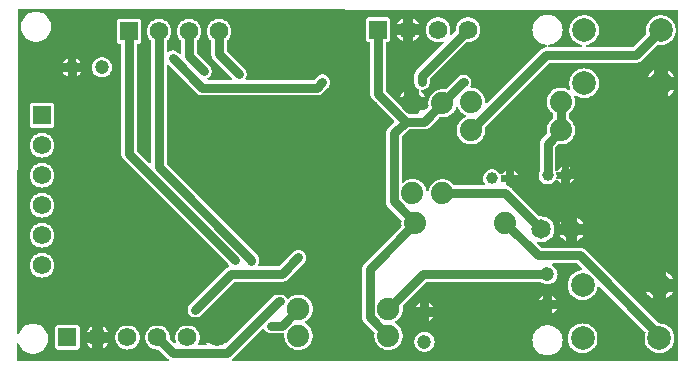
<source format=gbl>
G04 Layer: BottomLayer*
G04 EasyEDA v6.5.48, 2025-03-08 11:51:36*
G04 8fe2fb576d564ac8881881e7cade559e,369c048249c94b259d5cf78f180de413,10*
G04 Gerber Generator version 0.2*
G04 Scale: 100 percent, Rotated: No, Reflected: No *
G04 Dimensions in millimeters *
G04 leading zeros omitted , absolute positions ,4 integer and 5 decimal *
%FSLAX45Y45*%
%MOMM*%

%ADD10C,0.8000*%
%ADD11C,1.5748*%
%ADD12R,1.5748X1.5748*%
%ADD13C,1.8796*%
%ADD14C,1.9050*%
%ADD15C,1.1938*%
%ADD16C,1.0000*%
%ADD17C,2.0000*%
%ADD18C,1.6510*%
%ADD19C,0.6100*%
%ADD20C,0.0153*%

%LPD*%
G36*
X1217168Y-5155692D02*
G01*
X1213256Y-5154930D01*
X1210005Y-5152694D01*
X1207770Y-5149443D01*
X1207008Y-5145532D01*
X1207465Y-5014772D01*
X1208227Y-5010912D01*
X1210411Y-5007660D01*
X1213612Y-5005476D01*
X1217472Y-5004663D01*
X1221333Y-5005374D01*
X1224635Y-5007457D01*
X1226870Y-5010658D01*
X1233322Y-5024932D01*
X1241298Y-5038140D01*
X1250797Y-5050231D01*
X1261668Y-5061102D01*
X1273759Y-5070602D01*
X1286967Y-5078577D01*
X1300988Y-5084927D01*
X1315669Y-5089499D01*
X1330807Y-5092242D01*
X1346200Y-5093208D01*
X1361592Y-5092242D01*
X1376730Y-5089499D01*
X1391412Y-5084927D01*
X1405432Y-5078577D01*
X1418640Y-5070602D01*
X1430731Y-5061102D01*
X1441602Y-5050231D01*
X1451102Y-5038140D01*
X1459077Y-5024932D01*
X1465427Y-5010912D01*
X1469999Y-4996230D01*
X1472742Y-4981092D01*
X1473708Y-4965700D01*
X1472742Y-4950307D01*
X1469999Y-4935169D01*
X1465427Y-4920488D01*
X1459077Y-4906467D01*
X1451102Y-4893259D01*
X1441602Y-4881168D01*
X1430731Y-4870297D01*
X1418640Y-4860798D01*
X1405432Y-4852822D01*
X1391412Y-4846472D01*
X1376730Y-4841900D01*
X1361592Y-4839157D01*
X1346200Y-4838192D01*
X1330807Y-4839157D01*
X1315669Y-4841900D01*
X1300988Y-4846472D01*
X1286967Y-4852822D01*
X1273759Y-4860798D01*
X1261668Y-4870297D01*
X1250797Y-4881168D01*
X1241298Y-4893259D01*
X1233322Y-4906467D01*
X1227328Y-4919776D01*
X1225042Y-4923028D01*
X1221689Y-4925110D01*
X1217828Y-4925771D01*
X1214018Y-4924958D01*
X1210767Y-4922723D01*
X1208633Y-4919421D01*
X1207871Y-4915611D01*
X1219657Y-2182368D01*
X1220470Y-2178456D01*
X1222654Y-2175205D01*
X1225956Y-2172970D01*
X1229868Y-2172208D01*
X6800088Y-2184146D01*
X6803999Y-2184908D01*
X6807250Y-2187092D01*
X6809486Y-2190394D01*
X6810248Y-2194306D01*
X6806692Y-5145532D01*
X6805930Y-5149443D01*
X6803745Y-5152745D01*
X6800443Y-5154930D01*
X6796531Y-5155692D01*
X3040888Y-5155692D01*
X3036925Y-5154879D01*
X3033522Y-5152542D01*
X3031388Y-5149037D01*
X3030778Y-5145024D01*
X3031794Y-5141061D01*
X3034334Y-5137810D01*
X3038246Y-5134457D01*
X3288537Y-4884013D01*
X3291535Y-4881930D01*
X3295091Y-4881067D01*
X3298698Y-4881473D01*
X3301949Y-4883150D01*
X3304387Y-4885893D01*
X3308400Y-4892395D01*
X3315106Y-4900269D01*
X3322980Y-4906975D01*
X3331768Y-4912360D01*
X3341319Y-4916322D01*
X3351377Y-4918760D01*
X3362096Y-4919573D01*
X3451707Y-4919573D01*
X3466185Y-4918557D01*
X3469741Y-4919776D01*
X3472637Y-4922215D01*
X3474465Y-4925517D01*
X3474923Y-4929276D01*
X3474212Y-4940300D01*
X3475126Y-4955032D01*
X3477869Y-4969560D01*
X3482340Y-4983581D01*
X3488486Y-4996992D01*
X3496259Y-5009540D01*
X3505504Y-5021072D01*
X3516122Y-5031333D01*
X3527907Y-5040223D01*
X3540658Y-5047589D01*
X3554272Y-5053330D01*
X3568446Y-5057394D01*
X3583025Y-5059680D01*
X3597808Y-5060137D01*
X3612489Y-5058765D01*
X3626916Y-5055616D01*
X3640836Y-5050688D01*
X3654044Y-5044084D01*
X3666337Y-5035956D01*
X3677564Y-5026355D01*
X3687470Y-5015433D01*
X3696004Y-5003393D01*
X3703015Y-4990388D01*
X3708349Y-4976622D01*
X3711905Y-4962347D01*
X3713734Y-4947666D01*
X3713734Y-4932934D01*
X3711905Y-4918252D01*
X3708349Y-4903978D01*
X3703015Y-4890211D01*
X3696004Y-4877206D01*
X3687470Y-4865166D01*
X3677564Y-4854244D01*
X3666337Y-4844643D01*
X3654044Y-4836515D01*
X3652570Y-4835753D01*
X3649167Y-4833061D01*
X3647236Y-4829149D01*
X3647135Y-4824780D01*
X3648811Y-4820818D01*
X3652012Y-4817872D01*
X3661003Y-4812690D01*
X3672890Y-4803698D01*
X3683609Y-4793335D01*
X3692956Y-4781702D01*
X3700830Y-4769002D01*
X3707079Y-4755438D01*
X3711600Y-4741265D01*
X3714343Y-4726584D01*
X3715258Y-4711700D01*
X3714343Y-4696815D01*
X3711600Y-4682134D01*
X3707079Y-4667961D01*
X3700830Y-4654397D01*
X3692956Y-4641697D01*
X3683609Y-4630064D01*
X3672890Y-4619701D01*
X3661003Y-4610709D01*
X3648100Y-4603242D01*
X3634384Y-4597450D01*
X3620008Y-4593386D01*
X3605276Y-4591100D01*
X3590391Y-4590643D01*
X3575507Y-4592015D01*
X3560927Y-4595164D01*
X3546906Y-4600143D01*
X3533546Y-4606798D01*
X3521100Y-4615027D01*
X3510584Y-4624019D01*
X3507282Y-4625898D01*
X3503523Y-4626457D01*
X3499815Y-4625543D01*
X3496716Y-4623358D01*
X3489147Y-4611268D01*
X3482441Y-4603394D01*
X3474567Y-4596688D01*
X3465779Y-4591304D01*
X3456228Y-4587341D01*
X3446170Y-4584903D01*
X3435451Y-4584090D01*
X3429660Y-4584090D01*
X3418941Y-4584903D01*
X3408883Y-4587341D01*
X3399332Y-4591304D01*
X3390544Y-4596688D01*
X3382365Y-4603648D01*
X2990494Y-4995722D01*
X2987192Y-4997958D01*
X2983331Y-4998720D01*
X2954020Y-4998720D01*
X2954020Y-5012080D01*
X2953258Y-5015941D01*
X2951022Y-5019243D01*
X2947771Y-5021427D01*
X2943860Y-5022240D01*
X2872740Y-5022240D01*
X2868828Y-5021427D01*
X2865577Y-5019243D01*
X2863342Y-5015941D01*
X2862580Y-5012080D01*
X2862580Y-4998720D01*
X2814421Y-4998720D01*
X2818434Y-5006390D01*
X2820009Y-5010454D01*
X2819755Y-5014823D01*
X2817723Y-5018633D01*
X2814218Y-5021275D01*
X2810002Y-5022240D01*
X2752598Y-5022240D01*
X2748381Y-5021275D01*
X2744876Y-5018633D01*
X2742844Y-5014823D01*
X2742590Y-5010454D01*
X2750972Y-4993030D01*
X2755341Y-4980076D01*
X2758033Y-4966665D01*
X2758948Y-4953000D01*
X2758033Y-4939334D01*
X2755341Y-4925923D01*
X2750972Y-4912969D01*
X2744927Y-4900676D01*
X2737307Y-4889296D01*
X2728264Y-4879035D01*
X2718003Y-4869992D01*
X2706624Y-4862372D01*
X2694330Y-4856327D01*
X2681376Y-4851958D01*
X2667965Y-4849266D01*
X2654300Y-4848352D01*
X2640634Y-4849266D01*
X2627223Y-4851958D01*
X2614269Y-4856327D01*
X2601976Y-4862372D01*
X2590596Y-4869992D01*
X2580335Y-4879035D01*
X2571292Y-4889296D01*
X2563672Y-4900676D01*
X2557627Y-4912969D01*
X2553258Y-4925923D01*
X2550566Y-4939334D01*
X2549652Y-4953000D01*
X2550566Y-4966665D01*
X2553258Y-4980076D01*
X2556002Y-4988255D01*
X2556459Y-4992725D01*
X2554935Y-4996992D01*
X2551734Y-5000142D01*
X2547518Y-5001615D01*
X2542997Y-5001107D01*
X2539187Y-4998720D01*
X2507488Y-4966970D01*
X2505151Y-4963363D01*
X2504541Y-4959146D01*
X2504948Y-4953000D01*
X2504033Y-4939334D01*
X2501341Y-4925923D01*
X2496972Y-4912969D01*
X2490927Y-4900676D01*
X2483307Y-4889296D01*
X2474264Y-4879035D01*
X2464003Y-4869992D01*
X2452624Y-4862372D01*
X2440330Y-4856327D01*
X2427376Y-4851958D01*
X2413965Y-4849266D01*
X2400300Y-4848352D01*
X2386634Y-4849266D01*
X2373223Y-4851958D01*
X2360269Y-4856327D01*
X2347976Y-4862372D01*
X2336596Y-4869992D01*
X2326335Y-4879035D01*
X2317292Y-4889296D01*
X2309672Y-4900676D01*
X2303627Y-4912969D01*
X2299258Y-4925923D01*
X2296566Y-4939334D01*
X2295652Y-4953000D01*
X2296566Y-4966665D01*
X2299258Y-4980076D01*
X2303627Y-4993030D01*
X2309672Y-5005324D01*
X2317292Y-5016703D01*
X2326335Y-5026964D01*
X2336596Y-5036007D01*
X2347976Y-5043627D01*
X2360269Y-5049672D01*
X2373223Y-5054041D01*
X2386634Y-5056733D01*
X2400300Y-5057648D01*
X2406446Y-5057241D01*
X2410663Y-5057851D01*
X2414270Y-5060188D01*
X2488539Y-5134457D01*
X2492451Y-5137810D01*
X2494991Y-5141061D01*
X2496007Y-5145024D01*
X2495397Y-5149037D01*
X2493264Y-5152542D01*
X2489860Y-5154879D01*
X2485898Y-5155692D01*
G37*

%LPC*%
G36*
X5702300Y-5105908D02*
G01*
X5717692Y-5104942D01*
X5732830Y-5102199D01*
X5747512Y-5097627D01*
X5761532Y-5091277D01*
X5774740Y-5083302D01*
X5786831Y-5073802D01*
X5797702Y-5062931D01*
X5807202Y-5050840D01*
X5815177Y-5037632D01*
X5821527Y-5023612D01*
X5826099Y-5008930D01*
X5828842Y-4993792D01*
X5829808Y-4978400D01*
X5828842Y-4963007D01*
X5826099Y-4947869D01*
X5821527Y-4933188D01*
X5815177Y-4919167D01*
X5807202Y-4905959D01*
X5797702Y-4893868D01*
X5786831Y-4882997D01*
X5774740Y-4873498D01*
X5761532Y-4865522D01*
X5747512Y-4859172D01*
X5732830Y-4854600D01*
X5717692Y-4851857D01*
X5702300Y-4850892D01*
X5686907Y-4851857D01*
X5671769Y-4854600D01*
X5657088Y-4859172D01*
X5643067Y-4865522D01*
X5629859Y-4873498D01*
X5617768Y-4882997D01*
X5606897Y-4893868D01*
X5597398Y-4905959D01*
X5589422Y-4919167D01*
X5583072Y-4933188D01*
X5578500Y-4947869D01*
X5575757Y-4963007D01*
X5574792Y-4978400D01*
X5575757Y-4993792D01*
X5578500Y-5008930D01*
X5583072Y-5023612D01*
X5589422Y-5037632D01*
X5597398Y-5050840D01*
X5606897Y-5062931D01*
X5617768Y-5073802D01*
X5629859Y-5083302D01*
X5643067Y-5091277D01*
X5657088Y-5097627D01*
X5671769Y-5102199D01*
X5686907Y-5104942D01*
G37*
G36*
X5999632Y-5087975D02*
G01*
X6014770Y-5087061D01*
X6029756Y-5084318D01*
X6044234Y-5079796D01*
X6058103Y-5073548D01*
X6071108Y-5065674D01*
X6083096Y-5056327D01*
X6093815Y-5045557D01*
X6103213Y-5033619D01*
X6111087Y-5020614D01*
X6117336Y-5006746D01*
X6121857Y-4992217D01*
X6124600Y-4977282D01*
X6125514Y-4962093D01*
X6124600Y-4946904D01*
X6121857Y-4931968D01*
X6117336Y-4917440D01*
X6111087Y-4903571D01*
X6103213Y-4890566D01*
X6093815Y-4878628D01*
X6083096Y-4867859D01*
X6071108Y-4858512D01*
X6058103Y-4850638D01*
X6044234Y-4844389D01*
X6029756Y-4839868D01*
X6014770Y-4837125D01*
X5999632Y-4836210D01*
X5984443Y-4837125D01*
X5969457Y-4839868D01*
X5954979Y-4844389D01*
X5941110Y-4850638D01*
X5928106Y-4858512D01*
X5916117Y-4867859D01*
X5905398Y-4878628D01*
X5896000Y-4890566D01*
X5888126Y-4903571D01*
X5881878Y-4917440D01*
X5877356Y-4931968D01*
X5874613Y-4946904D01*
X5873699Y-4962093D01*
X5874613Y-4977282D01*
X5877356Y-4992217D01*
X5881878Y-5006746D01*
X5888126Y-5020614D01*
X5896000Y-5033619D01*
X5905398Y-5045557D01*
X5916117Y-5056327D01*
X5928106Y-5065674D01*
X5941110Y-5073548D01*
X5954979Y-5079796D01*
X5969457Y-5084318D01*
X5984443Y-5087061D01*
G37*
G36*
X6649618Y-5087975D02*
G01*
X6664756Y-5087061D01*
X6679742Y-5084318D01*
X6694220Y-5079796D01*
X6708089Y-5073548D01*
X6721094Y-5065674D01*
X6733082Y-5056327D01*
X6743801Y-5045557D01*
X6753199Y-5033619D01*
X6761073Y-5020614D01*
X6767322Y-5006746D01*
X6771843Y-4992217D01*
X6774586Y-4977282D01*
X6775500Y-4962093D01*
X6774586Y-4946904D01*
X6771843Y-4931968D01*
X6767322Y-4917440D01*
X6761073Y-4903571D01*
X6753199Y-4890566D01*
X6743801Y-4878628D01*
X6733082Y-4867859D01*
X6721094Y-4858512D01*
X6708089Y-4850638D01*
X6694220Y-4844389D01*
X6679742Y-4839868D01*
X6664756Y-4837125D01*
X6651193Y-4836312D01*
X6647637Y-4835398D01*
X6644589Y-4833366D01*
X6025286Y-4214012D01*
X6017107Y-4207052D01*
X6008319Y-4201668D01*
X5998768Y-4197705D01*
X5988710Y-4195267D01*
X5977991Y-4194454D01*
X5650738Y-4194454D01*
X5646877Y-4193641D01*
X5643575Y-4191457D01*
X5611876Y-4159758D01*
X5609488Y-4155948D01*
X5608980Y-4151477D01*
X5610453Y-4147210D01*
X5613603Y-4144010D01*
X5617870Y-4142486D01*
X5623458Y-4143349D01*
X5637326Y-4146092D01*
X5651500Y-4147058D01*
X5665673Y-4146092D01*
X5679541Y-4143349D01*
X5693003Y-4138777D01*
X5705703Y-4132529D01*
X5717489Y-4124604D01*
X5728157Y-4115257D01*
X5737504Y-4104589D01*
X5745429Y-4092803D01*
X5751677Y-4080103D01*
X5756249Y-4066641D01*
X5758992Y-4052773D01*
X5759958Y-4038600D01*
X5758992Y-4024426D01*
X5756249Y-4010558D01*
X5751677Y-3997096D01*
X5745429Y-3984396D01*
X5737504Y-3972610D01*
X5728157Y-3961942D01*
X5717489Y-3952595D01*
X5705703Y-3944670D01*
X5693003Y-3938422D01*
X5679541Y-3933850D01*
X5665673Y-3931107D01*
X5651500Y-3930142D01*
X5641797Y-3930802D01*
X5637580Y-3930192D01*
X5633974Y-3927856D01*
X5402021Y-3695903D01*
X5400344Y-3693363D01*
X5397652Y-3691534D01*
X5393588Y-3687470D01*
X5385409Y-3680510D01*
X5376621Y-3675126D01*
X5367070Y-3671163D01*
X5360111Y-3669487D01*
X5356098Y-3667506D01*
X5353304Y-3663950D01*
X5352288Y-3659581D01*
X5352288Y-3638143D01*
X5316829Y-3638143D01*
X5312511Y-3637178D01*
X5309006Y-3634435D01*
X5307025Y-3630472D01*
X5306872Y-3626053D01*
X5308904Y-3615486D01*
X5309362Y-3603904D01*
X5308041Y-3592372D01*
X5306923Y-3588308D01*
X5306618Y-3584600D01*
X5307634Y-3581044D01*
X5309920Y-3578098D01*
X5313070Y-3576116D01*
X5316728Y-3575456D01*
X5352288Y-3575456D01*
X5352288Y-3537864D01*
X5350002Y-3538778D01*
X5339994Y-3544722D01*
X5331053Y-3552139D01*
X5323332Y-3560826D01*
X5317134Y-3570325D01*
X5314340Y-3573221D01*
X5310632Y-3574796D01*
X5306568Y-3574796D01*
X5302859Y-3573221D01*
X5300065Y-3570325D01*
X5293868Y-3560826D01*
X5286146Y-3552139D01*
X5277205Y-3544722D01*
X5267198Y-3538778D01*
X5256428Y-3534460D01*
X5245150Y-3531819D01*
X5233568Y-3530904D01*
X5221935Y-3531819D01*
X5210657Y-3534460D01*
X5199888Y-3538778D01*
X5189880Y-3544722D01*
X5180939Y-3552139D01*
X5173218Y-3560826D01*
X5166868Y-3570528D01*
X5162143Y-3581146D01*
X5159044Y-3592372D01*
X5157724Y-3603904D01*
X5158181Y-3615486D01*
X5160365Y-3626916D01*
X5164328Y-3637838D01*
X5169865Y-3648049D01*
X5172557Y-3651554D01*
X5174386Y-3655669D01*
X5174335Y-3660140D01*
X5172354Y-3664153D01*
X5168849Y-3666896D01*
X5164480Y-3667912D01*
X4918506Y-3667912D01*
X4915408Y-3667404D01*
X4912664Y-3666032D01*
X4910378Y-3663848D01*
X4904333Y-3655822D01*
X4894072Y-3645204D01*
X4882540Y-3635959D01*
X4869992Y-3628186D01*
X4856581Y-3622040D01*
X4842560Y-3617569D01*
X4828032Y-3614826D01*
X4813300Y-3613912D01*
X4798568Y-3614826D01*
X4784039Y-3617569D01*
X4770018Y-3622040D01*
X4756607Y-3628186D01*
X4744059Y-3635959D01*
X4732528Y-3645204D01*
X4722266Y-3655822D01*
X4713376Y-3667607D01*
X4706010Y-3680358D01*
X4700270Y-3693922D01*
X4695952Y-3709212D01*
X4693869Y-3713124D01*
X4690262Y-3715765D01*
X4685893Y-3716629D01*
X4681575Y-3715512D01*
X4678172Y-3712667D01*
X4676241Y-3708603D01*
X4674616Y-3700983D01*
X4669688Y-3687064D01*
X4663084Y-3673856D01*
X4654956Y-3661562D01*
X4645355Y-3650335D01*
X4634433Y-3640429D01*
X4622393Y-3631895D01*
X4609388Y-3624884D01*
X4595622Y-3619550D01*
X4581347Y-3615994D01*
X4566666Y-3614165D01*
X4551934Y-3614165D01*
X4537252Y-3615994D01*
X4522978Y-3619550D01*
X4509211Y-3624884D01*
X4496206Y-3631895D01*
X4480153Y-3643071D01*
X4476292Y-3643680D01*
X4472533Y-3642817D01*
X4469333Y-3640582D01*
X4467199Y-3637330D01*
X4466437Y-3633520D01*
X4466437Y-3258820D01*
X4467250Y-3254959D01*
X4469434Y-3251657D01*
X4525721Y-3195370D01*
X4529023Y-3193186D01*
X4532884Y-3192373D01*
X4658207Y-3192373D01*
X4668926Y-3191560D01*
X4678984Y-3189122D01*
X4688535Y-3185160D01*
X4697323Y-3179775D01*
X4705502Y-3172815D01*
X4785461Y-3092856D01*
X4787950Y-3091027D01*
X4790846Y-3090062D01*
X4793894Y-3089960D01*
X4805934Y-3091434D01*
X4820666Y-3091434D01*
X4835347Y-3089605D01*
X4849622Y-3086049D01*
X4863388Y-3080715D01*
X4876393Y-3073704D01*
X4888433Y-3065170D01*
X4899355Y-3055264D01*
X4908956Y-3044037D01*
X4917084Y-3031744D01*
X4923688Y-3018536D01*
X4926787Y-3009798D01*
X4928717Y-3006445D01*
X4931816Y-3004058D01*
X4935575Y-3003042D01*
X4939436Y-3003499D01*
X4942840Y-3005378D01*
X4945329Y-3008376D01*
X4952695Y-3022193D01*
X4961229Y-3034233D01*
X4971135Y-3045155D01*
X4982362Y-3054756D01*
X4994656Y-3062884D01*
X5007864Y-3069488D01*
X5009794Y-3070148D01*
X5013350Y-3072333D01*
X5015738Y-3075686D01*
X5016601Y-3079750D01*
X5015738Y-3083814D01*
X5013350Y-3087166D01*
X5009794Y-3089351D01*
X5007864Y-3090011D01*
X4994656Y-3096615D01*
X4982362Y-3104743D01*
X4971135Y-3114344D01*
X4961229Y-3125266D01*
X4952695Y-3137306D01*
X4945684Y-3150311D01*
X4940350Y-3164078D01*
X4936794Y-3178352D01*
X4934966Y-3193034D01*
X4934966Y-3207766D01*
X4936794Y-3222447D01*
X4940350Y-3236722D01*
X4945684Y-3250488D01*
X4952695Y-3263493D01*
X4961229Y-3275533D01*
X4971135Y-3286455D01*
X4982362Y-3296056D01*
X4994656Y-3304184D01*
X5007864Y-3310788D01*
X5021783Y-3315715D01*
X5036210Y-3318865D01*
X5050891Y-3320237D01*
X5065674Y-3319779D01*
X5080254Y-3317494D01*
X5094427Y-3313429D01*
X5108041Y-3307689D01*
X5120792Y-3300323D01*
X5132578Y-3291433D01*
X5143195Y-3281172D01*
X5152440Y-3269640D01*
X5160213Y-3257092D01*
X5166360Y-3243681D01*
X5170830Y-3229660D01*
X5173573Y-3215132D01*
X5174488Y-3200400D01*
X5173573Y-3185668D01*
X5172811Y-3181654D01*
X5172710Y-3178352D01*
X5173726Y-3175254D01*
X5175605Y-3172612D01*
X5716727Y-2631490D01*
X5720029Y-2629306D01*
X5723890Y-2628493D01*
X6452463Y-2628493D01*
X6463182Y-2627680D01*
X6473240Y-2625242D01*
X6482791Y-2621280D01*
X6491579Y-2615895D01*
X6499758Y-2608935D01*
X6629400Y-2479294D01*
X6632041Y-2477363D01*
X6635140Y-2476398D01*
X6638391Y-2476500D01*
X6647129Y-2478074D01*
X6662318Y-2478989D01*
X6677456Y-2478074D01*
X6692442Y-2475331D01*
X6706920Y-2470810D01*
X6720789Y-2464562D01*
X6733794Y-2456688D01*
X6745782Y-2447340D01*
X6756501Y-2436571D01*
X6765899Y-2424633D01*
X6773773Y-2411628D01*
X6780022Y-2397760D01*
X6784543Y-2383231D01*
X6787286Y-2368296D01*
X6788200Y-2353106D01*
X6787286Y-2337917D01*
X6784543Y-2322982D01*
X6780022Y-2308453D01*
X6773773Y-2294585D01*
X6765899Y-2281580D01*
X6756501Y-2269642D01*
X6745782Y-2258872D01*
X6733794Y-2249525D01*
X6720789Y-2241651D01*
X6706920Y-2235403D01*
X6692442Y-2230882D01*
X6677456Y-2228138D01*
X6662318Y-2227224D01*
X6647129Y-2228138D01*
X6632143Y-2230882D01*
X6617665Y-2235403D01*
X6603796Y-2241651D01*
X6590792Y-2249525D01*
X6578803Y-2258872D01*
X6568084Y-2269642D01*
X6558686Y-2281580D01*
X6550812Y-2294585D01*
X6544564Y-2308453D01*
X6540042Y-2322982D01*
X6537299Y-2337917D01*
X6536385Y-2353106D01*
X6537299Y-2368296D01*
X6538925Y-2377135D01*
X6539026Y-2380386D01*
X6538061Y-2383485D01*
X6536131Y-2386126D01*
X6428536Y-2493721D01*
X6425234Y-2495905D01*
X6421374Y-2496718D01*
X6037681Y-2496718D01*
X6033516Y-2495804D01*
X6030061Y-2493264D01*
X6027978Y-2489555D01*
X6027572Y-2485288D01*
X6028994Y-2481275D01*
X6031890Y-2478176D01*
X6035852Y-2476550D01*
X6042456Y-2475331D01*
X6056934Y-2470810D01*
X6070803Y-2464562D01*
X6083808Y-2456688D01*
X6095796Y-2447340D01*
X6106515Y-2436571D01*
X6115913Y-2424633D01*
X6123787Y-2411628D01*
X6130036Y-2397760D01*
X6134557Y-2383231D01*
X6137300Y-2368296D01*
X6138214Y-2353106D01*
X6137300Y-2337917D01*
X6134557Y-2322982D01*
X6130036Y-2308453D01*
X6123787Y-2294585D01*
X6115913Y-2281580D01*
X6106515Y-2269642D01*
X6095796Y-2258872D01*
X6083808Y-2249525D01*
X6070803Y-2241651D01*
X6056934Y-2235403D01*
X6042456Y-2230882D01*
X6027470Y-2228138D01*
X6012332Y-2227224D01*
X5997143Y-2228138D01*
X5982157Y-2230882D01*
X5967679Y-2235403D01*
X5953810Y-2241651D01*
X5940806Y-2249525D01*
X5928817Y-2258872D01*
X5918098Y-2269642D01*
X5908700Y-2281580D01*
X5900826Y-2294585D01*
X5894578Y-2308453D01*
X5890056Y-2322982D01*
X5887313Y-2337917D01*
X5886399Y-2353106D01*
X5887313Y-2368296D01*
X5890056Y-2383231D01*
X5894578Y-2397760D01*
X5900826Y-2411628D01*
X5908700Y-2424633D01*
X5918098Y-2436571D01*
X5928817Y-2447340D01*
X5940806Y-2456688D01*
X5953810Y-2464562D01*
X5967679Y-2470810D01*
X5982157Y-2475331D01*
X5988761Y-2476550D01*
X5992723Y-2478176D01*
X5995619Y-2481275D01*
X5997041Y-2485288D01*
X5996635Y-2489555D01*
X5994552Y-2493264D01*
X5991098Y-2495804D01*
X5986932Y-2496718D01*
X5712714Y-2496718D01*
X5708396Y-2495753D01*
X5704890Y-2493010D01*
X5702858Y-2489047D01*
X5702757Y-2484628D01*
X5704484Y-2480564D01*
X5707837Y-2477617D01*
X5712104Y-2476398D01*
X5717692Y-2476042D01*
X5732830Y-2473299D01*
X5747512Y-2468727D01*
X5761532Y-2462377D01*
X5774740Y-2454402D01*
X5786831Y-2444902D01*
X5797702Y-2434031D01*
X5807202Y-2421940D01*
X5815177Y-2408732D01*
X5821527Y-2394712D01*
X5826099Y-2380030D01*
X5828842Y-2364892D01*
X5829808Y-2349500D01*
X5828842Y-2334107D01*
X5826099Y-2318969D01*
X5821527Y-2304288D01*
X5815177Y-2290267D01*
X5807202Y-2277059D01*
X5797702Y-2264968D01*
X5786831Y-2254097D01*
X5774740Y-2244598D01*
X5761532Y-2236622D01*
X5747512Y-2230272D01*
X5732830Y-2225700D01*
X5717692Y-2222957D01*
X5702300Y-2221992D01*
X5686907Y-2222957D01*
X5671769Y-2225700D01*
X5657088Y-2230272D01*
X5643067Y-2236622D01*
X5629859Y-2244598D01*
X5617768Y-2254097D01*
X5606897Y-2264968D01*
X5597398Y-2277059D01*
X5589422Y-2290267D01*
X5583072Y-2304288D01*
X5578500Y-2318969D01*
X5575757Y-2334107D01*
X5574792Y-2349500D01*
X5575757Y-2364892D01*
X5578500Y-2380030D01*
X5583072Y-2394712D01*
X5589422Y-2408732D01*
X5597398Y-2421940D01*
X5606897Y-2434031D01*
X5617768Y-2444902D01*
X5629859Y-2454402D01*
X5643067Y-2462377D01*
X5657088Y-2468727D01*
X5671769Y-2473299D01*
X5686907Y-2476042D01*
X5692800Y-2476398D01*
X5696966Y-2477566D01*
X5700268Y-2480411D01*
X5702096Y-2484323D01*
X5702096Y-2488641D01*
X5700369Y-2492552D01*
X5697118Y-2495448D01*
X5692952Y-2496667D01*
X5682081Y-2497531D01*
X5672023Y-2499969D01*
X5662472Y-2503932D01*
X5653684Y-2509316D01*
X5645505Y-2516276D01*
X5191607Y-2970225D01*
X5188204Y-2972460D01*
X5184190Y-2973171D01*
X5180228Y-2972257D01*
X5176926Y-2969920D01*
X5174843Y-2966415D01*
X5174284Y-2962402D01*
X5174488Y-2959100D01*
X5173573Y-2944368D01*
X5170830Y-2929839D01*
X5166360Y-2915818D01*
X5160213Y-2902407D01*
X5152440Y-2889859D01*
X5143195Y-2878328D01*
X5132578Y-2868066D01*
X5120792Y-2859176D01*
X5108041Y-2851810D01*
X5094427Y-2846070D01*
X5080254Y-2842006D01*
X5065674Y-2839720D01*
X5059476Y-2839567D01*
X5055666Y-2838704D01*
X5052517Y-2836468D01*
X5050383Y-2833166D01*
X5049672Y-2829356D01*
X5050434Y-2825496D01*
X5054498Y-2815640D01*
X5056936Y-2805582D01*
X5057749Y-2795270D01*
X5056936Y-2784957D01*
X5054498Y-2774899D01*
X5050536Y-2765348D01*
X5045151Y-2756560D01*
X5038445Y-2748686D01*
X5030571Y-2741980D01*
X5021783Y-2736596D01*
X5012232Y-2732633D01*
X5002174Y-2730195D01*
X4990236Y-2729382D01*
X4979517Y-2730195D01*
X4969459Y-2732633D01*
X4959908Y-2736596D01*
X4951120Y-2741980D01*
X4942941Y-2748940D01*
X4841087Y-2850794D01*
X4838446Y-2852724D01*
X4835347Y-2853690D01*
X4832045Y-2853588D01*
X4828032Y-2852826D01*
X4813300Y-2851912D01*
X4798568Y-2852826D01*
X4784039Y-2855569D01*
X4770018Y-2860040D01*
X4756607Y-2866186D01*
X4744059Y-2873959D01*
X4732528Y-2883204D01*
X4722266Y-2893822D01*
X4713376Y-2905607D01*
X4706010Y-2918358D01*
X4700270Y-2931922D01*
X4696155Y-2946603D01*
X4693920Y-2960725D01*
X4693513Y-2975508D01*
X4694885Y-2990392D01*
X4695037Y-2993745D01*
X4694123Y-2996996D01*
X4692142Y-2999740D01*
X4669739Y-3022142D01*
X4666437Y-3024378D01*
X4662525Y-3025140D01*
X4612640Y-3025140D01*
X4612640Y-3050438D01*
X4611878Y-3054299D01*
X4609642Y-3057601D01*
X4606391Y-3059785D01*
X4602480Y-3060598D01*
X4532934Y-3060598D01*
X4529023Y-3059785D01*
X4525721Y-3057601D01*
X4508957Y-3040786D01*
X4506722Y-3037484D01*
X4505960Y-3033623D01*
X4505960Y-3025140D01*
X4497527Y-3025140D01*
X4493615Y-3024378D01*
X4490313Y-3022142D01*
X4336084Y-2867761D01*
X4333900Y-2864459D01*
X4333087Y-2860548D01*
X4333087Y-2464308D01*
X4333900Y-2460396D01*
X4336084Y-2457145D01*
X4339386Y-2454910D01*
X4343247Y-2454148D01*
X4345381Y-2454148D01*
X4351680Y-2453436D01*
X4357166Y-2451506D01*
X4362043Y-2448458D01*
X4366158Y-2444343D01*
X4369206Y-2439466D01*
X4371136Y-2433980D01*
X4371848Y-2427681D01*
X4371848Y-2271318D01*
X4371136Y-2265019D01*
X4369206Y-2259533D01*
X4366158Y-2254656D01*
X4362043Y-2250541D01*
X4357166Y-2247493D01*
X4351680Y-2245563D01*
X4345381Y-2244852D01*
X4189018Y-2244852D01*
X4182719Y-2245563D01*
X4177233Y-2247493D01*
X4172356Y-2250541D01*
X4168241Y-2254656D01*
X4165193Y-2259533D01*
X4163263Y-2265019D01*
X4162551Y-2271318D01*
X4162551Y-2427681D01*
X4163263Y-2433980D01*
X4165193Y-2439466D01*
X4168241Y-2444343D01*
X4172356Y-2448458D01*
X4177233Y-2451506D01*
X4182719Y-2453436D01*
X4189018Y-2454148D01*
X4191152Y-2454148D01*
X4195013Y-2454910D01*
X4198315Y-2457145D01*
X4200499Y-2460396D01*
X4201312Y-2464308D01*
X4201312Y-2891637D01*
X4202125Y-2902305D01*
X4204512Y-2912364D01*
X4208475Y-2921914D01*
X4213860Y-2930753D01*
X4220870Y-2938881D01*
X4401007Y-3119272D01*
X4403242Y-3122574D01*
X4404004Y-3126435D01*
X4403242Y-3130346D01*
X4401007Y-3133648D01*
X4354220Y-3180435D01*
X4347260Y-3188614D01*
X4341876Y-3197402D01*
X4337913Y-3206953D01*
X4335475Y-3217011D01*
X4334662Y-3227730D01*
X4334662Y-3803243D01*
X4335475Y-3813962D01*
X4337913Y-3824020D01*
X4341876Y-3833571D01*
X4347260Y-3842359D01*
X4354220Y-3850538D01*
X4463694Y-3960012D01*
X4465574Y-3962654D01*
X4466590Y-3965752D01*
X4466488Y-3969054D01*
X4465726Y-3973068D01*
X4464812Y-3987800D01*
X4465726Y-4002532D01*
X4466488Y-4006596D01*
X4466590Y-4009847D01*
X4465624Y-4012996D01*
X4463694Y-4015638D01*
X4154322Y-4325213D01*
X4147362Y-4333392D01*
X4141978Y-4342180D01*
X4138015Y-4351731D01*
X4135577Y-4361789D01*
X4134764Y-4372508D01*
X4134764Y-4784445D01*
X4135577Y-4795164D01*
X4138015Y-4805222D01*
X4141978Y-4814773D01*
X4147362Y-4823561D01*
X4154322Y-4831740D01*
X4235094Y-4912512D01*
X4236974Y-4915154D01*
X4237990Y-4918252D01*
X4237888Y-4921554D01*
X4237126Y-4925568D01*
X4236212Y-4940300D01*
X4237126Y-4955032D01*
X4239869Y-4969560D01*
X4244340Y-4983581D01*
X4250486Y-4996992D01*
X4258259Y-5009540D01*
X4267504Y-5021072D01*
X4278122Y-5031333D01*
X4289907Y-5040223D01*
X4302658Y-5047589D01*
X4316272Y-5053330D01*
X4330446Y-5057394D01*
X4345025Y-5059680D01*
X4359808Y-5060137D01*
X4374489Y-5058765D01*
X4388916Y-5055616D01*
X4402836Y-5050688D01*
X4416044Y-5044084D01*
X4428337Y-5035956D01*
X4439564Y-5026355D01*
X4449470Y-5015433D01*
X4458004Y-5003393D01*
X4465015Y-4990388D01*
X4470349Y-4976622D01*
X4473905Y-4962347D01*
X4475734Y-4947666D01*
X4475734Y-4932934D01*
X4473905Y-4918252D01*
X4470349Y-4903978D01*
X4465015Y-4890211D01*
X4458004Y-4877206D01*
X4449470Y-4865166D01*
X4439564Y-4854244D01*
X4428337Y-4844643D01*
X4416044Y-4836515D01*
X4414570Y-4835753D01*
X4411167Y-4833061D01*
X4409236Y-4829149D01*
X4409135Y-4824780D01*
X4410811Y-4820818D01*
X4414012Y-4817872D01*
X4423003Y-4812690D01*
X4434890Y-4803698D01*
X4445609Y-4793335D01*
X4454956Y-4781702D01*
X4462830Y-4769002D01*
X4469079Y-4755438D01*
X4473600Y-4741265D01*
X4476343Y-4726584D01*
X4477258Y-4711700D01*
X4476343Y-4696815D01*
X4475378Y-4691837D01*
X4475327Y-4688586D01*
X4476292Y-4685487D01*
X4478172Y-4682794D01*
X4672533Y-4488484D01*
X4675835Y-4486300D01*
X4679696Y-4485487D01*
X5644540Y-4485487D01*
X5647740Y-4486046D01*
X5650636Y-4487519D01*
X5656021Y-4491583D01*
X5666740Y-4497425D01*
X5678170Y-4501692D01*
X5690108Y-4504283D01*
X5702300Y-4505147D01*
X5714492Y-4504283D01*
X5726430Y-4501692D01*
X5737860Y-4497425D01*
X5748578Y-4491583D01*
X5758332Y-4484268D01*
X5766968Y-4475632D01*
X5774283Y-4465878D01*
X5780125Y-4455160D01*
X5784392Y-4443730D01*
X5786983Y-4431792D01*
X5787847Y-4419600D01*
X5786983Y-4407408D01*
X5784392Y-4395470D01*
X5780125Y-4384040D01*
X5774283Y-4373321D01*
X5766968Y-4363567D01*
X5758332Y-4354931D01*
X5748578Y-4347616D01*
X5744362Y-4345330D01*
X5741060Y-4342384D01*
X5739282Y-4338320D01*
X5739384Y-4333900D01*
X5741416Y-4329938D01*
X5744921Y-4327194D01*
X5749239Y-4326229D01*
X5946902Y-4326229D01*
X5950762Y-4327042D01*
X5954064Y-4329226D01*
X5994450Y-4369612D01*
X5996635Y-4372813D01*
X5997448Y-4376572D01*
X5996787Y-4380382D01*
X5994755Y-4383684D01*
X5991606Y-4385970D01*
X5987897Y-4386935D01*
X5984443Y-4387138D01*
X5969457Y-4389882D01*
X5954979Y-4394403D01*
X5941110Y-4400651D01*
X5928106Y-4408525D01*
X5916117Y-4417872D01*
X5905398Y-4428642D01*
X5896000Y-4440580D01*
X5888126Y-4453585D01*
X5881878Y-4467453D01*
X5877356Y-4481982D01*
X5874613Y-4496917D01*
X5873699Y-4512106D01*
X5874613Y-4527296D01*
X5877356Y-4542231D01*
X5881878Y-4556760D01*
X5888126Y-4570628D01*
X5896000Y-4583633D01*
X5905398Y-4595571D01*
X5916117Y-4606340D01*
X5928106Y-4615688D01*
X5941110Y-4623562D01*
X5954979Y-4629810D01*
X5969457Y-4634331D01*
X5984443Y-4637074D01*
X5999632Y-4637989D01*
X6014770Y-4637074D01*
X6029756Y-4634331D01*
X6044234Y-4629810D01*
X6058103Y-4623562D01*
X6071108Y-4615688D01*
X6083096Y-4606340D01*
X6093815Y-4595571D01*
X6103213Y-4583633D01*
X6111087Y-4570628D01*
X6117336Y-4556760D01*
X6121857Y-4542231D01*
X6124600Y-4527296D01*
X6124803Y-4523841D01*
X6125768Y-4520082D01*
X6128054Y-4516983D01*
X6131306Y-4514951D01*
X6135116Y-4514291D01*
X6138926Y-4515104D01*
X6142126Y-4517288D01*
X6530136Y-4905298D01*
X6532422Y-4908702D01*
X6533134Y-4912715D01*
X6531864Y-4917440D01*
X6527342Y-4931968D01*
X6524599Y-4946904D01*
X6523685Y-4962093D01*
X6524599Y-4977282D01*
X6527342Y-4992217D01*
X6531864Y-5006746D01*
X6538112Y-5020614D01*
X6545986Y-5033619D01*
X6555384Y-5045557D01*
X6566103Y-5056327D01*
X6578092Y-5065674D01*
X6591096Y-5073548D01*
X6604965Y-5079796D01*
X6619443Y-5084318D01*
X6634429Y-5087061D01*
G37*
G36*
X4660900Y-5076647D02*
G01*
X4673092Y-5075783D01*
X4685030Y-5073192D01*
X4696460Y-5068925D01*
X4707178Y-5063083D01*
X4716932Y-5055768D01*
X4725568Y-5047132D01*
X4732883Y-5037378D01*
X4738725Y-5026660D01*
X4742992Y-5015230D01*
X4745583Y-5003292D01*
X4746447Y-4991100D01*
X4745583Y-4978908D01*
X4742992Y-4966970D01*
X4738725Y-4955540D01*
X4732883Y-4944821D01*
X4725568Y-4935067D01*
X4716932Y-4926431D01*
X4707178Y-4919116D01*
X4696460Y-4913274D01*
X4685030Y-4909007D01*
X4673092Y-4906416D01*
X4660900Y-4905552D01*
X4648708Y-4906416D01*
X4636770Y-4909007D01*
X4625340Y-4913274D01*
X4614621Y-4919116D01*
X4604867Y-4926431D01*
X4596231Y-4935067D01*
X4588916Y-4944821D01*
X4583074Y-4955540D01*
X4578807Y-4966970D01*
X4576216Y-4978908D01*
X4575352Y-4991100D01*
X4576216Y-5003292D01*
X4578807Y-5015230D01*
X4583074Y-5026660D01*
X4588916Y-5037378D01*
X4596231Y-5047132D01*
X4604867Y-5055768D01*
X4614621Y-5063083D01*
X4625340Y-5068925D01*
X4636770Y-5073192D01*
X4648708Y-5075783D01*
G37*
G36*
X2146300Y-5057648D02*
G01*
X2159965Y-5056733D01*
X2173376Y-5054041D01*
X2186330Y-5049672D01*
X2198624Y-5043627D01*
X2210003Y-5036007D01*
X2220264Y-5026964D01*
X2229307Y-5016703D01*
X2236927Y-5005324D01*
X2242972Y-4993030D01*
X2247341Y-4980076D01*
X2250033Y-4966665D01*
X2250948Y-4953000D01*
X2250033Y-4939334D01*
X2247341Y-4925923D01*
X2242972Y-4912969D01*
X2236927Y-4900676D01*
X2229307Y-4889296D01*
X2220264Y-4879035D01*
X2210003Y-4869992D01*
X2198624Y-4862372D01*
X2186330Y-4856327D01*
X2173376Y-4851958D01*
X2159965Y-4849266D01*
X2146300Y-4848352D01*
X2132634Y-4849266D01*
X2119223Y-4851958D01*
X2106269Y-4856327D01*
X2093975Y-4862372D01*
X2082596Y-4869992D01*
X2072335Y-4879035D01*
X2063292Y-4889296D01*
X2055672Y-4900676D01*
X2049627Y-4912969D01*
X2045258Y-4925923D01*
X2042566Y-4939334D01*
X2041652Y-4953000D01*
X2042566Y-4966665D01*
X2045258Y-4980076D01*
X2049627Y-4993030D01*
X2055672Y-5005324D01*
X2063292Y-5016703D01*
X2072335Y-5026964D01*
X2082596Y-5036007D01*
X2093975Y-5043627D01*
X2106269Y-5049672D01*
X2119223Y-5054041D01*
X2132634Y-5056733D01*
G37*
G36*
X1560118Y-5057648D02*
G01*
X1716481Y-5057648D01*
X1722780Y-5056936D01*
X1728266Y-5055006D01*
X1733143Y-5051958D01*
X1737258Y-5047843D01*
X1740306Y-5042966D01*
X1742236Y-5037480D01*
X1742948Y-5031181D01*
X1742948Y-4874818D01*
X1742236Y-4868519D01*
X1740306Y-4863033D01*
X1737258Y-4858156D01*
X1733143Y-4854041D01*
X1728266Y-4850993D01*
X1722780Y-4849063D01*
X1716481Y-4848352D01*
X1560118Y-4848352D01*
X1553819Y-4849063D01*
X1548333Y-4850993D01*
X1543456Y-4854041D01*
X1539341Y-4858156D01*
X1536293Y-4863033D01*
X1534363Y-4868519D01*
X1533652Y-4874818D01*
X1533652Y-5031181D01*
X1534363Y-5037480D01*
X1536293Y-5042966D01*
X1539341Y-5047843D01*
X1543456Y-5051958D01*
X1548333Y-5055006D01*
X1553819Y-5056936D01*
G37*
G36*
X1846580Y-5046878D02*
G01*
X1846580Y-4998720D01*
X1798421Y-4998720D01*
X1801672Y-5005324D01*
X1809292Y-5016703D01*
X1818335Y-5026964D01*
X1828596Y-5036007D01*
X1839975Y-5043627D01*
G37*
G36*
X1938020Y-5046878D02*
G01*
X1944624Y-5043627D01*
X1956003Y-5036007D01*
X1966264Y-5026964D01*
X1975307Y-5016703D01*
X1982927Y-5005324D01*
X1986178Y-4998720D01*
X1938020Y-4998720D01*
G37*
G36*
X1798421Y-4907280D02*
G01*
X1846580Y-4907280D01*
X1846580Y-4859121D01*
X1839975Y-4862372D01*
X1828596Y-4869992D01*
X1818335Y-4879035D01*
X1809292Y-4889296D01*
X1801672Y-4900676D01*
G37*
G36*
X1938020Y-4907280D02*
G01*
X1986178Y-4907280D01*
X1982927Y-4900676D01*
X1975307Y-4889296D01*
X1966264Y-4879035D01*
X1956003Y-4869992D01*
X1944624Y-4862372D01*
X1938020Y-4859121D01*
G37*
G36*
X2814421Y-4907280D02*
G01*
X2862580Y-4907280D01*
X2862580Y-4859121D01*
X2855976Y-4862372D01*
X2844596Y-4869992D01*
X2834335Y-4879035D01*
X2825292Y-4889296D01*
X2817672Y-4900676D01*
G37*
G36*
X2954020Y-4907280D02*
G01*
X3002178Y-4907280D01*
X2998927Y-4900676D01*
X2991307Y-4889296D01*
X2982264Y-4879035D01*
X2972003Y-4869992D01*
X2960624Y-4862372D01*
X2954020Y-4859121D01*
G37*
G36*
X4697120Y-4814570D02*
G01*
X4707178Y-4809083D01*
X4716932Y-4801768D01*
X4725568Y-4793132D01*
X4732883Y-4783378D01*
X4738370Y-4773320D01*
X4697120Y-4773320D01*
G37*
G36*
X4624730Y-4814570D02*
G01*
X4624730Y-4773320D01*
X4583430Y-4773320D01*
X4588916Y-4783378D01*
X4596231Y-4793132D01*
X4604867Y-4801768D01*
X4614621Y-4809083D01*
G37*
G36*
X2721356Y-4785715D02*
G01*
X2731668Y-4784902D01*
X2741726Y-4782464D01*
X2751277Y-4778502D01*
X2760065Y-4773117D01*
X2768244Y-4766157D01*
X3049473Y-4484928D01*
X3052775Y-4482744D01*
X3056636Y-4481931D01*
X3455009Y-4481931D01*
X3465728Y-4481118D01*
X3475786Y-4478680D01*
X3485337Y-4474718D01*
X3494125Y-4469333D01*
X3502304Y-4462373D01*
X3640175Y-4324502D01*
X3647135Y-4316323D01*
X3652520Y-4307535D01*
X3656482Y-4297984D01*
X3658920Y-4287926D01*
X3659733Y-4277614D01*
X3658920Y-4267301D01*
X3656482Y-4257243D01*
X3652520Y-4247692D01*
X3647135Y-4238904D01*
X3640429Y-4231030D01*
X3632555Y-4224324D01*
X3623767Y-4218940D01*
X3614216Y-4214977D01*
X3604158Y-4212539D01*
X3593846Y-4211726D01*
X3583533Y-4212539D01*
X3573475Y-4214977D01*
X3563924Y-4218940D01*
X3555136Y-4224324D01*
X3546957Y-4231284D01*
X3431082Y-4347159D01*
X3427780Y-4349343D01*
X3423920Y-4350156D01*
X3262376Y-4350156D01*
X3258464Y-4349343D01*
X3255162Y-4347159D01*
X3252978Y-4343857D01*
X3252215Y-4339996D01*
X3252978Y-4336084D01*
X3256432Y-4327702D01*
X3258870Y-4317644D01*
X3259683Y-4306925D01*
X3259683Y-4295292D01*
X3258870Y-4284573D01*
X3256432Y-4274515D01*
X3252470Y-4264964D01*
X3247085Y-4256176D01*
X3240125Y-4247997D01*
X2481884Y-3489756D01*
X2479700Y-3486454D01*
X2478887Y-3482594D01*
X2478887Y-2656078D01*
X2479700Y-2652217D01*
X2481884Y-2648915D01*
X2485186Y-2646680D01*
X2489047Y-2645918D01*
X2492959Y-2646680D01*
X2496261Y-2648915D01*
X2733649Y-2886303D01*
X2741828Y-2893263D01*
X2750616Y-2898648D01*
X2760167Y-2902610D01*
X2770225Y-2905048D01*
X2780944Y-2905861D01*
X3747363Y-2905861D01*
X3758082Y-2905048D01*
X3768140Y-2902610D01*
X3777691Y-2898648D01*
X3786479Y-2893263D01*
X3794658Y-2886303D01*
X3841343Y-2839618D01*
X3848303Y-2831439D01*
X3853687Y-2822651D01*
X3857650Y-2813100D01*
X3860088Y-2803042D01*
X3860901Y-2792730D01*
X3860088Y-2782417D01*
X3857650Y-2772359D01*
X3853687Y-2762808D01*
X3848303Y-2754020D01*
X3841597Y-2746146D01*
X3833723Y-2739440D01*
X3824935Y-2734056D01*
X3815384Y-2730093D01*
X3805326Y-2727655D01*
X3795014Y-2726842D01*
X3784701Y-2727655D01*
X3774643Y-2730093D01*
X3765092Y-2734056D01*
X3756304Y-2739440D01*
X3748125Y-2746400D01*
X3723436Y-2771089D01*
X3720134Y-2773273D01*
X3716274Y-2774086D01*
X3153918Y-2774086D01*
X3149752Y-2773172D01*
X3146298Y-2770632D01*
X3144215Y-2766872D01*
X3143859Y-2762656D01*
X3145282Y-2758592D01*
X3148330Y-2753563D01*
X3152292Y-2744012D01*
X3154730Y-2733954D01*
X3155543Y-2723642D01*
X3154730Y-2713329D01*
X3152292Y-2703271D01*
X3148330Y-2693720D01*
X3142945Y-2684932D01*
X3135985Y-2676753D01*
X2989884Y-2530652D01*
X2987700Y-2527350D01*
X2986887Y-2523490D01*
X2986887Y-2447848D01*
X2987802Y-2443683D01*
X2990392Y-2440228D01*
X2994964Y-2436164D01*
X3004007Y-2425903D01*
X3011627Y-2414524D01*
X3017672Y-2402230D01*
X3022041Y-2389276D01*
X3024733Y-2375865D01*
X3025648Y-2362200D01*
X3024733Y-2348534D01*
X3022041Y-2335123D01*
X3017672Y-2322169D01*
X3011627Y-2309876D01*
X3004007Y-2298496D01*
X2994964Y-2288235D01*
X2984703Y-2279192D01*
X2973324Y-2271572D01*
X2961030Y-2265527D01*
X2948076Y-2261158D01*
X2934665Y-2258466D01*
X2921000Y-2257552D01*
X2907334Y-2258466D01*
X2893923Y-2261158D01*
X2880969Y-2265527D01*
X2868676Y-2271572D01*
X2857296Y-2279192D01*
X2847035Y-2288235D01*
X2837992Y-2298496D01*
X2830372Y-2309876D01*
X2824327Y-2322169D01*
X2819958Y-2335123D01*
X2817266Y-2348534D01*
X2816352Y-2362200D01*
X2817266Y-2375865D01*
X2819958Y-2389276D01*
X2824327Y-2402230D01*
X2830372Y-2414524D01*
X2837992Y-2425903D01*
X2847035Y-2436164D01*
X2851607Y-2440228D01*
X2854198Y-2443683D01*
X2855112Y-2447848D01*
X2855112Y-2554579D01*
X2855925Y-2565298D01*
X2858363Y-2575356D01*
X2862326Y-2584907D01*
X2867710Y-2593695D01*
X2874670Y-2601874D01*
X3029508Y-2756712D01*
X3031744Y-2760014D01*
X3032506Y-2763926D01*
X3031744Y-2767787D01*
X3029508Y-2771089D01*
X3026206Y-2773273D01*
X3022346Y-2774086D01*
X2833217Y-2774086D01*
X2828950Y-2773121D01*
X2825496Y-2770479D01*
X2823464Y-2766669D01*
X2823210Y-2762300D01*
X2824784Y-2758236D01*
X2827934Y-2755239D01*
X2832709Y-2752293D01*
X2840583Y-2745587D01*
X2847289Y-2737713D01*
X2852674Y-2728925D01*
X2856636Y-2719374D01*
X2859074Y-2709316D01*
X2859887Y-2699004D01*
X2859074Y-2688691D01*
X2856636Y-2678633D01*
X2852674Y-2669082D01*
X2847289Y-2660294D01*
X2840329Y-2652115D01*
X2735884Y-2547670D01*
X2733700Y-2544368D01*
X2732887Y-2540508D01*
X2732887Y-2447848D01*
X2733802Y-2443683D01*
X2736392Y-2440228D01*
X2740964Y-2436164D01*
X2750007Y-2425903D01*
X2757627Y-2414524D01*
X2763672Y-2402230D01*
X2768041Y-2389276D01*
X2770733Y-2375865D01*
X2771648Y-2362200D01*
X2770733Y-2348534D01*
X2768041Y-2335123D01*
X2763672Y-2322169D01*
X2757627Y-2309876D01*
X2750007Y-2298496D01*
X2740964Y-2288235D01*
X2730703Y-2279192D01*
X2719324Y-2271572D01*
X2707030Y-2265527D01*
X2694076Y-2261158D01*
X2680665Y-2258466D01*
X2667000Y-2257552D01*
X2653334Y-2258466D01*
X2639923Y-2261158D01*
X2626969Y-2265527D01*
X2614676Y-2271572D01*
X2603296Y-2279192D01*
X2593035Y-2288235D01*
X2583992Y-2298496D01*
X2576372Y-2309876D01*
X2570327Y-2322169D01*
X2565958Y-2335123D01*
X2563266Y-2348534D01*
X2562352Y-2362200D01*
X2563266Y-2375865D01*
X2565958Y-2389276D01*
X2570327Y-2402230D01*
X2576372Y-2414524D01*
X2583992Y-2425903D01*
X2593035Y-2436164D01*
X2597607Y-2440228D01*
X2600198Y-2443683D01*
X2601112Y-2447848D01*
X2601112Y-2542794D01*
X2600299Y-2546654D01*
X2598115Y-2549956D01*
X2594813Y-2552192D01*
X2590952Y-2552954D01*
X2587040Y-2552192D01*
X2583738Y-2549956D01*
X2577744Y-2543962D01*
X2569565Y-2537002D01*
X2560777Y-2531618D01*
X2551226Y-2527655D01*
X2541168Y-2525217D01*
X2530856Y-2524404D01*
X2520543Y-2525217D01*
X2510485Y-2527655D01*
X2500934Y-2531618D01*
X2494381Y-2535631D01*
X2490317Y-2537053D01*
X2486101Y-2536647D01*
X2482342Y-2534564D01*
X2479802Y-2531160D01*
X2478887Y-2526944D01*
X2478887Y-2447848D01*
X2479802Y-2443683D01*
X2482392Y-2440228D01*
X2486964Y-2436164D01*
X2496007Y-2425903D01*
X2503627Y-2414524D01*
X2509672Y-2402230D01*
X2514041Y-2389276D01*
X2516733Y-2375865D01*
X2517648Y-2362200D01*
X2516733Y-2348534D01*
X2514041Y-2335123D01*
X2509672Y-2322169D01*
X2503627Y-2309876D01*
X2496007Y-2298496D01*
X2486964Y-2288235D01*
X2476703Y-2279192D01*
X2465324Y-2271572D01*
X2453030Y-2265527D01*
X2440076Y-2261158D01*
X2426665Y-2258466D01*
X2413000Y-2257552D01*
X2399334Y-2258466D01*
X2385923Y-2261158D01*
X2372969Y-2265527D01*
X2360676Y-2271572D01*
X2349296Y-2279192D01*
X2339035Y-2288235D01*
X2329992Y-2298496D01*
X2322372Y-2309876D01*
X2316327Y-2322169D01*
X2311958Y-2335123D01*
X2309266Y-2348534D01*
X2308352Y-2362200D01*
X2309266Y-2375865D01*
X2311958Y-2389276D01*
X2316327Y-2402230D01*
X2322372Y-2414524D01*
X2329992Y-2425903D01*
X2339035Y-2436164D01*
X2343607Y-2440228D01*
X2346198Y-2443683D01*
X2347112Y-2447848D01*
X2347112Y-3470656D01*
X2346299Y-3474516D01*
X2344115Y-3477818D01*
X2340813Y-3480054D01*
X2336952Y-3480815D01*
X2333040Y-3480054D01*
X2329738Y-3477818D01*
X2227884Y-3375964D01*
X2225700Y-3372662D01*
X2224887Y-3368801D01*
X2224887Y-2477008D01*
X2225700Y-2473096D01*
X2227884Y-2469845D01*
X2231186Y-2467610D01*
X2235047Y-2466848D01*
X2237181Y-2466848D01*
X2243480Y-2466136D01*
X2248966Y-2464206D01*
X2253843Y-2461158D01*
X2257958Y-2457043D01*
X2261006Y-2452166D01*
X2262936Y-2446680D01*
X2263648Y-2440381D01*
X2263648Y-2284018D01*
X2262936Y-2277719D01*
X2261006Y-2272233D01*
X2257958Y-2267356D01*
X2253843Y-2263241D01*
X2248966Y-2260193D01*
X2243480Y-2258263D01*
X2237181Y-2257552D01*
X2080818Y-2257552D01*
X2074519Y-2258263D01*
X2069033Y-2260193D01*
X2064156Y-2263241D01*
X2060041Y-2267356D01*
X2056993Y-2272233D01*
X2055063Y-2277719D01*
X2054352Y-2284018D01*
X2054352Y-2440381D01*
X2055063Y-2446680D01*
X2056993Y-2452166D01*
X2060041Y-2457043D01*
X2064156Y-2461158D01*
X2069033Y-2464206D01*
X2074519Y-2466136D01*
X2080818Y-2466848D01*
X2082952Y-2466848D01*
X2086813Y-2467610D01*
X2090115Y-2469845D01*
X2092299Y-2473096D01*
X2093112Y-2477008D01*
X2093112Y-3399891D01*
X2093925Y-3410610D01*
X2096363Y-3420668D01*
X2100326Y-3430219D01*
X2105710Y-3439007D01*
X2112670Y-3447186D01*
X3004007Y-4338523D01*
X3006191Y-4341825D01*
X3007004Y-4345686D01*
X3006191Y-4349597D01*
X3004007Y-4352899D01*
X3000705Y-4355084D01*
X2995218Y-4357370D01*
X2986430Y-4362754D01*
X2978251Y-4369714D01*
X2675026Y-4672939D01*
X2668066Y-4681118D01*
X2662682Y-4689906D01*
X2658719Y-4699457D01*
X2656281Y-4709515D01*
X2655468Y-4719828D01*
X2656281Y-4730140D01*
X2658719Y-4740198D01*
X2662682Y-4749749D01*
X2668066Y-4758537D01*
X2674772Y-4766411D01*
X2682646Y-4773117D01*
X2691434Y-4778502D01*
X2700985Y-4782464D01*
X2711043Y-4784902D01*
G37*
G36*
X5738520Y-4751070D02*
G01*
X5748578Y-4745583D01*
X5758332Y-4738268D01*
X5766968Y-4729632D01*
X5774283Y-4719878D01*
X5779770Y-4709820D01*
X5738520Y-4709820D01*
G37*
G36*
X5666130Y-4751070D02*
G01*
X5666130Y-4709820D01*
X5624830Y-4709820D01*
X5630316Y-4719878D01*
X5637631Y-4729632D01*
X5646267Y-4738268D01*
X5656021Y-4745583D01*
G37*
G36*
X4583430Y-4700930D02*
G01*
X4624730Y-4700930D01*
X4624730Y-4659630D01*
X4614621Y-4665116D01*
X4604867Y-4672431D01*
X4596231Y-4681067D01*
X4588916Y-4690821D01*
G37*
G36*
X4697120Y-4700930D02*
G01*
X4738370Y-4700930D01*
X4732883Y-4690821D01*
X4725568Y-4681067D01*
X4716932Y-4672431D01*
X4707178Y-4665116D01*
X4697120Y-4659630D01*
G37*
G36*
X5624830Y-4637430D02*
G01*
X5666130Y-4637430D01*
X5666130Y-4596130D01*
X5656021Y-4601616D01*
X5646267Y-4608931D01*
X5637631Y-4617567D01*
X5630316Y-4627321D01*
G37*
G36*
X5738520Y-4637430D02*
G01*
X5779770Y-4637430D01*
X5774283Y-4627321D01*
X5766968Y-4617567D01*
X5758332Y-4608931D01*
X5748578Y-4601616D01*
X5738520Y-4596130D01*
G37*
G36*
X6705955Y-4624527D02*
G01*
X6708089Y-4623562D01*
X6721094Y-4615688D01*
X6733082Y-4606340D01*
X6743801Y-4595571D01*
X6753199Y-4583633D01*
X6761073Y-4570628D01*
X6762038Y-4568444D01*
X6705955Y-4568444D01*
G37*
G36*
X6593230Y-4624527D02*
G01*
X6593230Y-4568444D01*
X6537147Y-4568444D01*
X6538112Y-4570628D01*
X6545986Y-4583633D01*
X6555384Y-4595571D01*
X6566103Y-4606340D01*
X6578092Y-4615688D01*
X6591096Y-4623562D01*
G37*
G36*
X6537147Y-4455769D02*
G01*
X6593230Y-4455769D01*
X6593230Y-4399686D01*
X6591096Y-4400651D01*
X6578092Y-4408525D01*
X6566103Y-4417872D01*
X6555384Y-4428642D01*
X6545986Y-4440580D01*
X6538112Y-4453585D01*
G37*
G36*
X6705955Y-4455769D02*
G01*
X6762038Y-4455769D01*
X6761073Y-4453585D01*
X6753199Y-4440580D01*
X6743801Y-4428642D01*
X6733082Y-4417872D01*
X6721094Y-4408525D01*
X6708089Y-4400651D01*
X6705955Y-4399686D01*
G37*
G36*
X1422400Y-4448048D02*
G01*
X1436065Y-4447133D01*
X1449476Y-4444441D01*
X1462430Y-4440072D01*
X1474724Y-4434027D01*
X1486103Y-4426407D01*
X1496364Y-4417364D01*
X1505407Y-4407103D01*
X1513027Y-4395724D01*
X1519072Y-4383430D01*
X1523441Y-4370476D01*
X1526133Y-4357065D01*
X1527048Y-4343400D01*
X1526133Y-4329734D01*
X1523441Y-4316323D01*
X1519072Y-4303369D01*
X1513027Y-4291076D01*
X1505407Y-4279696D01*
X1496364Y-4269435D01*
X1486103Y-4260392D01*
X1474724Y-4252772D01*
X1462430Y-4246727D01*
X1449476Y-4242358D01*
X1436065Y-4239666D01*
X1422400Y-4238752D01*
X1408734Y-4239666D01*
X1395323Y-4242358D01*
X1382369Y-4246727D01*
X1370076Y-4252772D01*
X1358696Y-4260392D01*
X1348435Y-4269435D01*
X1339392Y-4279696D01*
X1331772Y-4291076D01*
X1325727Y-4303369D01*
X1321358Y-4316323D01*
X1318666Y-4329734D01*
X1317752Y-4343400D01*
X1318666Y-4357065D01*
X1321358Y-4370476D01*
X1325727Y-4383430D01*
X1331772Y-4395724D01*
X1339392Y-4407103D01*
X1348435Y-4417364D01*
X1358696Y-4426407D01*
X1370076Y-4434027D01*
X1382369Y-4440072D01*
X1395323Y-4444441D01*
X1408734Y-4447133D01*
G37*
G36*
X1422400Y-4194048D02*
G01*
X1436065Y-4193133D01*
X1449476Y-4190441D01*
X1462430Y-4186072D01*
X1474724Y-4180027D01*
X1486103Y-4172407D01*
X1496364Y-4163364D01*
X1505407Y-4153103D01*
X1513027Y-4141724D01*
X1519072Y-4129430D01*
X1523441Y-4116476D01*
X1526133Y-4103065D01*
X1527048Y-4089400D01*
X1526133Y-4075734D01*
X1523441Y-4062323D01*
X1519072Y-4049369D01*
X1513027Y-4037076D01*
X1505407Y-4025696D01*
X1496364Y-4015435D01*
X1486103Y-4006392D01*
X1474724Y-3998772D01*
X1462430Y-3992727D01*
X1449476Y-3988358D01*
X1436065Y-3985666D01*
X1422400Y-3984751D01*
X1408734Y-3985666D01*
X1395323Y-3988358D01*
X1382369Y-3992727D01*
X1370076Y-3998772D01*
X1358696Y-4006392D01*
X1348435Y-4015435D01*
X1339392Y-4025696D01*
X1331772Y-4037076D01*
X1325727Y-4049369D01*
X1321358Y-4062323D01*
X1318666Y-4075734D01*
X1317752Y-4089400D01*
X1318666Y-4103065D01*
X1321358Y-4116476D01*
X1325727Y-4129430D01*
X1331772Y-4141724D01*
X1339392Y-4153103D01*
X1348435Y-4163364D01*
X1358696Y-4172407D01*
X1370076Y-4180027D01*
X1382369Y-4186072D01*
X1395323Y-4190441D01*
X1408734Y-4193133D01*
G37*
G36*
X5953150Y-4135780D02*
G01*
X5959703Y-4132529D01*
X5971489Y-4124604D01*
X5982157Y-4115257D01*
X5991504Y-4104589D01*
X5999429Y-4092803D01*
X6002680Y-4086250D01*
X5953150Y-4086250D01*
G37*
G36*
X5857900Y-4135780D02*
G01*
X5857900Y-4086250D01*
X5808319Y-4086250D01*
X5811570Y-4092803D01*
X5819495Y-4104589D01*
X5828842Y-4115257D01*
X5839510Y-4124604D01*
X5851296Y-4132529D01*
G37*
G36*
X5808319Y-3991000D02*
G01*
X5857900Y-3991000D01*
X5857900Y-3941419D01*
X5851296Y-3944670D01*
X5839510Y-3952595D01*
X5828842Y-3961942D01*
X5819495Y-3972610D01*
X5811570Y-3984396D01*
G37*
G36*
X5953150Y-3991000D02*
G01*
X6002680Y-3991000D01*
X5999429Y-3984396D01*
X5991504Y-3972610D01*
X5982157Y-3961942D01*
X5971489Y-3952595D01*
X5959703Y-3944670D01*
X5953150Y-3941419D01*
G37*
G36*
X1422400Y-3940048D02*
G01*
X1436065Y-3939133D01*
X1449476Y-3936441D01*
X1462430Y-3932072D01*
X1474724Y-3926027D01*
X1486103Y-3918407D01*
X1496364Y-3909364D01*
X1505407Y-3899103D01*
X1513027Y-3887724D01*
X1519072Y-3875430D01*
X1523441Y-3862476D01*
X1526133Y-3849065D01*
X1527048Y-3835400D01*
X1526133Y-3821734D01*
X1523441Y-3808323D01*
X1519072Y-3795369D01*
X1513027Y-3783076D01*
X1505407Y-3771696D01*
X1496364Y-3761435D01*
X1486103Y-3752392D01*
X1474724Y-3744772D01*
X1462430Y-3738727D01*
X1449476Y-3734358D01*
X1436065Y-3731666D01*
X1422400Y-3730751D01*
X1408734Y-3731666D01*
X1395323Y-3734358D01*
X1382369Y-3738727D01*
X1370076Y-3744772D01*
X1358696Y-3752392D01*
X1348435Y-3761435D01*
X1339392Y-3771696D01*
X1331772Y-3783076D01*
X1325727Y-3795369D01*
X1321358Y-3808323D01*
X1318666Y-3821734D01*
X1317752Y-3835400D01*
X1318666Y-3849065D01*
X1321358Y-3862476D01*
X1325727Y-3875430D01*
X1331772Y-3887724D01*
X1339392Y-3899103D01*
X1348435Y-3909364D01*
X1358696Y-3918407D01*
X1370076Y-3926027D01*
X1382369Y-3932072D01*
X1395323Y-3936441D01*
X1408734Y-3939133D01*
G37*
G36*
X1422400Y-3686048D02*
G01*
X1436065Y-3685133D01*
X1449476Y-3682441D01*
X1462430Y-3678072D01*
X1474724Y-3672027D01*
X1486103Y-3664407D01*
X1496364Y-3655364D01*
X1505407Y-3645103D01*
X1513027Y-3633724D01*
X1519072Y-3621430D01*
X1523441Y-3608476D01*
X1526133Y-3595065D01*
X1527048Y-3581400D01*
X1526133Y-3567734D01*
X1523441Y-3554323D01*
X1519072Y-3541369D01*
X1513027Y-3529076D01*
X1505407Y-3517696D01*
X1496364Y-3507435D01*
X1486103Y-3498392D01*
X1474724Y-3490772D01*
X1462430Y-3484727D01*
X1449476Y-3480358D01*
X1436065Y-3477666D01*
X1422400Y-3476751D01*
X1408734Y-3477666D01*
X1395323Y-3480358D01*
X1382369Y-3484727D01*
X1370076Y-3490772D01*
X1358696Y-3498392D01*
X1348435Y-3507435D01*
X1339392Y-3517696D01*
X1331772Y-3529076D01*
X1325727Y-3541369D01*
X1321358Y-3554323D01*
X1318666Y-3567734D01*
X1317752Y-3581400D01*
X1318666Y-3595065D01*
X1321358Y-3608476D01*
X1325727Y-3621430D01*
X1331772Y-3633724D01*
X1339392Y-3645103D01*
X1348435Y-3655364D01*
X1358696Y-3664407D01*
X1370076Y-3672027D01*
X1382369Y-3678072D01*
X1395323Y-3682441D01*
X1408734Y-3685133D01*
G37*
G36*
X5415026Y-3675684D02*
G01*
X5422442Y-3672027D01*
X5431942Y-3665321D01*
X5440324Y-3657295D01*
X5447334Y-3648049D01*
X5452719Y-3638143D01*
X5415026Y-3638143D01*
G37*
G36*
X5697626Y-3657041D02*
G01*
X5709259Y-3657041D01*
X5720740Y-3655263D01*
X5731814Y-3651758D01*
X5742228Y-3646627D01*
X5751728Y-3639921D01*
X5760110Y-3631895D01*
X5767120Y-3622649D01*
X5769559Y-3618179D01*
X5772404Y-3614877D01*
X5776315Y-3613099D01*
X5780684Y-3613099D01*
X5784596Y-3614877D01*
X5787440Y-3618179D01*
X5789879Y-3622649D01*
X5796889Y-3631895D01*
X5805271Y-3639921D01*
X5814771Y-3646627D01*
X5822188Y-3650284D01*
X5822188Y-3612743D01*
X5786729Y-3612743D01*
X5782411Y-3611778D01*
X5778906Y-3609035D01*
X5776925Y-3605072D01*
X5776772Y-3600653D01*
X5778804Y-3590086D01*
X5779262Y-3578504D01*
X5777941Y-3566972D01*
X5776823Y-3562908D01*
X5776518Y-3559200D01*
X5777534Y-3555644D01*
X5779820Y-3552698D01*
X5782970Y-3550716D01*
X5786628Y-3550056D01*
X5822188Y-3550056D01*
X5822188Y-3512464D01*
X5819902Y-3513378D01*
X5809894Y-3519322D01*
X5800953Y-3526739D01*
X5793232Y-3535426D01*
X5788152Y-3543198D01*
X5785104Y-3546246D01*
X5781040Y-3547719D01*
X5776772Y-3547414D01*
X5772962Y-3545332D01*
X5770372Y-3541877D01*
X5769457Y-3537661D01*
X5769457Y-3345129D01*
X5770270Y-3341268D01*
X5772454Y-3337966D01*
X5788812Y-3321608D01*
X5791555Y-3319627D01*
X5794756Y-3318662D01*
X5812891Y-3320237D01*
X5827674Y-3319779D01*
X5842254Y-3317494D01*
X5856427Y-3313429D01*
X5870041Y-3307689D01*
X5882792Y-3300323D01*
X5894578Y-3291433D01*
X5905195Y-3281172D01*
X5914440Y-3269640D01*
X5922213Y-3257092D01*
X5928360Y-3243681D01*
X5932830Y-3229660D01*
X5935573Y-3215132D01*
X5936488Y-3200400D01*
X5935573Y-3185668D01*
X5932830Y-3171139D01*
X5928360Y-3157118D01*
X5922213Y-3143707D01*
X5914440Y-3131159D01*
X5905195Y-3119628D01*
X5894578Y-3109366D01*
X5886551Y-3103321D01*
X5884367Y-3101035D01*
X5882995Y-3098292D01*
X5882487Y-3095193D01*
X5882487Y-3064306D01*
X5882995Y-3061208D01*
X5884367Y-3058464D01*
X5886551Y-3056178D01*
X5894578Y-3050133D01*
X5905195Y-3039872D01*
X5914440Y-3028340D01*
X5922213Y-3015792D01*
X5928360Y-3002381D01*
X5932830Y-2988360D01*
X5935573Y-2973832D01*
X5936488Y-2959100D01*
X5935573Y-2944368D01*
X5932830Y-2929839D01*
X5930036Y-2921000D01*
X5929579Y-2916936D01*
X5930798Y-2913024D01*
X5933440Y-2909925D01*
X5937046Y-2908096D01*
X5941110Y-2907842D01*
X5944971Y-2909214D01*
X5953810Y-2914548D01*
X5967679Y-2920796D01*
X5982157Y-2925318D01*
X5997143Y-2928061D01*
X6012332Y-2928975D01*
X6027470Y-2928061D01*
X6042456Y-2925318D01*
X6056934Y-2920796D01*
X6070803Y-2914548D01*
X6083808Y-2906674D01*
X6095796Y-2897327D01*
X6106515Y-2886557D01*
X6115913Y-2874619D01*
X6123787Y-2861614D01*
X6130036Y-2847746D01*
X6134557Y-2833217D01*
X6137300Y-2818282D01*
X6138214Y-2803093D01*
X6137300Y-2787904D01*
X6134557Y-2772968D01*
X6130036Y-2758440D01*
X6123787Y-2744571D01*
X6115913Y-2731566D01*
X6106515Y-2719628D01*
X6095796Y-2708859D01*
X6083808Y-2699512D01*
X6070803Y-2691638D01*
X6056934Y-2685389D01*
X6042456Y-2680868D01*
X6027470Y-2678125D01*
X6012332Y-2677210D01*
X5997143Y-2678125D01*
X5982157Y-2680868D01*
X5967679Y-2685389D01*
X5953810Y-2691638D01*
X5940806Y-2699512D01*
X5928817Y-2708859D01*
X5918098Y-2719628D01*
X5908700Y-2731566D01*
X5900826Y-2744571D01*
X5894578Y-2758440D01*
X5890056Y-2772968D01*
X5887313Y-2787904D01*
X5886399Y-2803093D01*
X5887313Y-2818282D01*
X5890056Y-2833217D01*
X5893816Y-2845155D01*
X5894222Y-2849168D01*
X5893054Y-2853029D01*
X5890463Y-2856128D01*
X5886856Y-2857957D01*
X5882843Y-2858262D01*
X5879033Y-2856992D01*
X5870041Y-2851810D01*
X5856427Y-2846070D01*
X5842254Y-2842006D01*
X5827674Y-2839720D01*
X5812891Y-2839313D01*
X5798210Y-2840634D01*
X5783783Y-2843784D01*
X5769864Y-2848711D01*
X5756656Y-2855315D01*
X5744362Y-2863443D01*
X5733135Y-2873044D01*
X5723229Y-2883966D01*
X5714695Y-2896006D01*
X5707684Y-2909011D01*
X5702350Y-2922778D01*
X5698794Y-2937052D01*
X5696966Y-2951734D01*
X5696966Y-2966466D01*
X5698794Y-2981147D01*
X5702350Y-2995422D01*
X5707684Y-3009188D01*
X5714695Y-3022193D01*
X5723229Y-3034233D01*
X5733135Y-3045155D01*
X5748578Y-3058210D01*
X5750153Y-3061106D01*
X5750712Y-3064408D01*
X5750712Y-3095091D01*
X5750153Y-3098393D01*
X5748578Y-3101289D01*
X5733135Y-3114344D01*
X5723229Y-3125266D01*
X5714695Y-3137306D01*
X5707684Y-3150311D01*
X5702350Y-3164078D01*
X5698794Y-3178352D01*
X5696966Y-3193034D01*
X5696966Y-3207766D01*
X5698490Y-3219958D01*
X5698388Y-3223006D01*
X5697372Y-3225901D01*
X5695594Y-3228390D01*
X5657189Y-3266846D01*
X5650280Y-3274974D01*
X5644896Y-3283762D01*
X5640933Y-3293313D01*
X5638495Y-3303371D01*
X5637682Y-3314090D01*
X5637682Y-3541014D01*
X5636768Y-3545179D01*
X5632043Y-3555746D01*
X5628944Y-3566972D01*
X5627624Y-3578504D01*
X5628081Y-3590086D01*
X5630265Y-3601516D01*
X5634228Y-3612438D01*
X5639765Y-3622649D01*
X5646775Y-3631895D01*
X5655157Y-3639921D01*
X5664657Y-3646627D01*
X5675071Y-3651758D01*
X5686145Y-3655263D01*
G37*
G36*
X5884926Y-3650284D02*
G01*
X5892342Y-3646627D01*
X5901842Y-3639921D01*
X5910224Y-3631895D01*
X5917234Y-3622649D01*
X5922619Y-3612743D01*
X5884926Y-3612743D01*
G37*
G36*
X5415026Y-3575456D02*
G01*
X5452516Y-3575456D01*
X5450332Y-3570528D01*
X5443982Y-3560826D01*
X5436260Y-3552139D01*
X5427319Y-3544722D01*
X5417312Y-3538778D01*
X5415026Y-3537864D01*
G37*
G36*
X5884926Y-3550056D02*
G01*
X5922416Y-3550056D01*
X5920232Y-3545128D01*
X5913882Y-3535426D01*
X5906160Y-3526739D01*
X5897219Y-3519322D01*
X5887212Y-3513378D01*
X5884926Y-3512464D01*
G37*
G36*
X1422400Y-3432048D02*
G01*
X1436065Y-3431133D01*
X1449476Y-3428441D01*
X1462430Y-3424072D01*
X1474724Y-3418027D01*
X1486103Y-3410407D01*
X1496364Y-3401364D01*
X1505407Y-3391103D01*
X1513027Y-3379724D01*
X1519072Y-3367430D01*
X1523441Y-3354476D01*
X1526133Y-3341065D01*
X1527048Y-3327400D01*
X1526133Y-3313734D01*
X1523441Y-3300323D01*
X1519072Y-3287369D01*
X1513027Y-3275076D01*
X1505407Y-3263696D01*
X1496364Y-3253435D01*
X1486103Y-3244392D01*
X1474724Y-3236772D01*
X1462430Y-3230727D01*
X1449476Y-3226358D01*
X1436065Y-3223666D01*
X1422400Y-3222752D01*
X1408734Y-3223666D01*
X1395323Y-3226358D01*
X1382369Y-3230727D01*
X1370076Y-3236772D01*
X1358696Y-3244392D01*
X1348435Y-3253435D01*
X1339392Y-3263696D01*
X1331772Y-3275076D01*
X1325727Y-3287369D01*
X1321358Y-3300323D01*
X1318666Y-3313734D01*
X1317752Y-3327400D01*
X1318666Y-3341065D01*
X1321358Y-3354476D01*
X1325727Y-3367430D01*
X1331772Y-3379724D01*
X1339392Y-3391103D01*
X1348435Y-3401364D01*
X1358696Y-3410407D01*
X1370076Y-3418027D01*
X1382369Y-3424072D01*
X1395323Y-3428441D01*
X1408734Y-3431133D01*
G37*
G36*
X1344218Y-3178048D02*
G01*
X1500581Y-3178048D01*
X1506880Y-3177336D01*
X1512366Y-3175406D01*
X1517243Y-3172358D01*
X1521358Y-3168243D01*
X1524406Y-3163366D01*
X1526336Y-3157880D01*
X1527048Y-3151581D01*
X1527048Y-2995218D01*
X1526336Y-2988919D01*
X1524406Y-2983433D01*
X1521358Y-2978556D01*
X1517243Y-2974441D01*
X1512366Y-2971393D01*
X1506880Y-2969463D01*
X1500581Y-2968752D01*
X1344218Y-2968752D01*
X1337919Y-2969463D01*
X1332433Y-2971393D01*
X1327556Y-2974441D01*
X1323441Y-2978556D01*
X1320393Y-2983433D01*
X1318463Y-2988919D01*
X1317752Y-2995218D01*
X1317752Y-3151581D01*
X1318463Y-3157880D01*
X1320393Y-3163366D01*
X1323441Y-3168243D01*
X1327556Y-3172358D01*
X1332433Y-3175406D01*
X1337919Y-3177336D01*
G37*
G36*
X4452213Y-2918460D02*
G01*
X4505960Y-2918460D01*
X4505960Y-2864662D01*
X4496206Y-2869895D01*
X4484166Y-2878429D01*
X4473244Y-2888335D01*
X4463643Y-2899562D01*
X4455515Y-2911856D01*
G37*
G36*
X4612640Y-2918460D02*
G01*
X4666386Y-2918460D01*
X4663084Y-2911856D01*
X4654956Y-2899562D01*
X4645355Y-2888335D01*
X4632045Y-2876143D01*
X4629810Y-2872994D01*
X4628896Y-2869234D01*
X4629454Y-2865424D01*
X4631436Y-2862072D01*
X4634534Y-2859684D01*
X4638243Y-2858668D01*
X4649368Y-2857804D01*
X4659426Y-2855366D01*
X4668977Y-2851404D01*
X4677765Y-2846019D01*
X4685639Y-2839313D01*
X4692345Y-2831439D01*
X4697730Y-2822651D01*
X4701692Y-2813100D01*
X4704130Y-2803042D01*
X4704943Y-2792323D01*
X4704943Y-2771140D01*
X4705756Y-2767279D01*
X4707940Y-2763977D01*
X5015230Y-2456688D01*
X5018836Y-2454351D01*
X5023053Y-2453741D01*
X5029200Y-2454148D01*
X5042865Y-2453233D01*
X5056276Y-2450541D01*
X5069230Y-2446172D01*
X5081524Y-2440127D01*
X5092903Y-2432507D01*
X5103164Y-2423464D01*
X5112207Y-2413203D01*
X5119827Y-2401824D01*
X5125872Y-2389530D01*
X5130241Y-2376576D01*
X5132933Y-2363165D01*
X5133848Y-2349500D01*
X5132933Y-2335834D01*
X5130241Y-2322423D01*
X5125872Y-2309469D01*
X5119827Y-2297176D01*
X5112207Y-2285796D01*
X5103164Y-2275535D01*
X5092903Y-2266492D01*
X5081524Y-2258872D01*
X5069230Y-2252827D01*
X5056276Y-2248458D01*
X5042865Y-2245766D01*
X5029200Y-2244852D01*
X5015534Y-2245766D01*
X5002123Y-2248458D01*
X4989169Y-2252827D01*
X4976876Y-2258872D01*
X4965496Y-2266492D01*
X4955235Y-2275535D01*
X4946192Y-2285796D01*
X4938572Y-2297176D01*
X4932527Y-2309469D01*
X4928158Y-2322423D01*
X4925466Y-2335834D01*
X4924552Y-2349500D01*
X4924958Y-2355646D01*
X4924348Y-2359863D01*
X4922012Y-2363470D01*
X4890312Y-2395220D01*
X4886502Y-2397607D01*
X4881981Y-2398115D01*
X4877765Y-2396642D01*
X4874564Y-2393492D01*
X4873040Y-2389225D01*
X4873498Y-2384755D01*
X4876241Y-2376576D01*
X4878933Y-2363165D01*
X4879848Y-2349500D01*
X4878933Y-2335834D01*
X4876241Y-2322423D01*
X4871872Y-2309469D01*
X4865827Y-2297176D01*
X4858207Y-2285796D01*
X4849164Y-2275535D01*
X4838903Y-2266492D01*
X4827524Y-2258872D01*
X4815230Y-2252827D01*
X4802276Y-2248458D01*
X4788865Y-2245766D01*
X4775200Y-2244852D01*
X4761534Y-2245766D01*
X4748123Y-2248458D01*
X4735169Y-2252827D01*
X4722876Y-2258872D01*
X4711496Y-2266492D01*
X4701235Y-2275535D01*
X4692192Y-2285796D01*
X4684572Y-2297176D01*
X4678527Y-2309469D01*
X4674158Y-2322423D01*
X4671466Y-2335834D01*
X4670552Y-2349500D01*
X4671466Y-2363165D01*
X4674158Y-2376576D01*
X4678527Y-2389530D01*
X4684572Y-2401824D01*
X4692192Y-2413203D01*
X4701235Y-2423464D01*
X4711496Y-2432507D01*
X4722876Y-2440127D01*
X4735169Y-2446172D01*
X4748123Y-2450541D01*
X4761534Y-2453233D01*
X4775200Y-2454148D01*
X4788865Y-2453233D01*
X4802276Y-2450541D01*
X4810455Y-2447798D01*
X4814925Y-2447340D01*
X4819192Y-2448864D01*
X4822342Y-2452065D01*
X4823815Y-2456281D01*
X4823307Y-2460802D01*
X4820920Y-2464612D01*
X4592726Y-2692755D01*
X4585766Y-2700934D01*
X4580382Y-2709722D01*
X4576419Y-2719273D01*
X4573981Y-2729331D01*
X4573168Y-2740050D01*
X4573168Y-2792323D01*
X4573981Y-2803042D01*
X4576419Y-2813100D01*
X4580382Y-2822651D01*
X4585766Y-2831439D01*
X4592472Y-2839313D01*
X4600346Y-2846019D01*
X4607763Y-2850591D01*
X4610354Y-2852877D01*
X4612081Y-2855874D01*
X4612640Y-2859278D01*
G37*
G36*
X6718655Y-2915513D02*
G01*
X6720789Y-2914548D01*
X6733794Y-2906674D01*
X6745782Y-2897327D01*
X6756501Y-2886557D01*
X6765899Y-2874619D01*
X6773773Y-2861614D01*
X6774738Y-2859430D01*
X6718655Y-2859430D01*
G37*
G36*
X6605930Y-2915513D02*
G01*
X6605930Y-2859430D01*
X6549847Y-2859430D01*
X6550812Y-2861614D01*
X6558686Y-2874619D01*
X6568084Y-2886557D01*
X6578803Y-2897327D01*
X6590792Y-2906674D01*
X6603796Y-2914548D01*
G37*
G36*
X1930400Y-2752547D02*
G01*
X1942592Y-2751683D01*
X1954530Y-2749092D01*
X1965960Y-2744825D01*
X1976678Y-2738983D01*
X1986432Y-2731668D01*
X1995068Y-2723032D01*
X2002383Y-2713278D01*
X2008225Y-2702560D01*
X2012492Y-2691130D01*
X2015083Y-2679192D01*
X2015947Y-2667000D01*
X2015083Y-2654808D01*
X2012492Y-2642870D01*
X2008225Y-2631440D01*
X2002383Y-2620721D01*
X1995068Y-2610967D01*
X1986432Y-2602331D01*
X1976678Y-2595016D01*
X1965960Y-2589174D01*
X1954530Y-2584907D01*
X1942592Y-2582316D01*
X1930400Y-2581452D01*
X1918207Y-2582316D01*
X1906270Y-2584907D01*
X1894839Y-2589174D01*
X1884121Y-2595016D01*
X1874367Y-2602331D01*
X1865731Y-2610967D01*
X1858416Y-2620721D01*
X1852574Y-2631440D01*
X1848307Y-2642870D01*
X1845716Y-2654808D01*
X1844852Y-2667000D01*
X1845716Y-2679192D01*
X1848307Y-2691130D01*
X1852574Y-2702560D01*
X1858416Y-2713278D01*
X1865731Y-2723032D01*
X1874367Y-2731668D01*
X1884121Y-2738983D01*
X1894839Y-2744825D01*
X1906270Y-2749092D01*
X1918207Y-2751683D01*
G37*
G36*
X6718655Y-2746756D02*
G01*
X6774738Y-2746756D01*
X6773773Y-2744571D01*
X6765899Y-2731566D01*
X6756501Y-2719628D01*
X6745782Y-2708859D01*
X6733794Y-2699512D01*
X6720789Y-2691638D01*
X6718655Y-2690672D01*
G37*
G36*
X6549847Y-2746756D02*
G01*
X6605930Y-2746756D01*
X6605930Y-2690672D01*
X6603796Y-2691638D01*
X6590792Y-2699512D01*
X6578803Y-2708859D01*
X6568084Y-2719628D01*
X6558686Y-2731566D01*
X6550812Y-2744571D01*
G37*
G36*
X1712620Y-2744470D02*
G01*
X1722678Y-2738983D01*
X1732432Y-2731668D01*
X1741068Y-2723032D01*
X1748383Y-2713278D01*
X1753870Y-2703220D01*
X1712620Y-2703220D01*
G37*
G36*
X1640230Y-2744470D02*
G01*
X1640230Y-2703220D01*
X1598930Y-2703220D01*
X1604416Y-2713278D01*
X1611731Y-2723032D01*
X1620367Y-2731668D01*
X1630121Y-2738983D01*
G37*
G36*
X1712620Y-2630830D02*
G01*
X1753870Y-2630830D01*
X1748383Y-2620721D01*
X1741068Y-2610967D01*
X1732432Y-2602331D01*
X1722678Y-2595016D01*
X1712620Y-2589530D01*
G37*
G36*
X1598930Y-2630830D02*
G01*
X1640230Y-2630830D01*
X1640230Y-2589530D01*
X1630121Y-2595016D01*
X1620367Y-2602331D01*
X1611731Y-2610967D01*
X1604416Y-2620721D01*
G37*
G36*
X1371600Y-2451608D02*
G01*
X1386992Y-2450642D01*
X1402130Y-2447899D01*
X1416812Y-2443327D01*
X1430832Y-2436977D01*
X1444040Y-2429002D01*
X1456131Y-2419502D01*
X1467002Y-2408631D01*
X1476502Y-2396540D01*
X1484477Y-2383332D01*
X1490827Y-2369312D01*
X1495399Y-2354630D01*
X1498142Y-2339492D01*
X1499108Y-2324100D01*
X1498142Y-2308707D01*
X1495399Y-2293569D01*
X1490827Y-2278888D01*
X1484477Y-2264867D01*
X1476502Y-2251659D01*
X1467002Y-2239568D01*
X1456131Y-2228697D01*
X1444040Y-2219198D01*
X1430832Y-2211222D01*
X1416812Y-2204872D01*
X1402130Y-2200300D01*
X1386992Y-2197557D01*
X1371600Y-2196592D01*
X1356207Y-2197557D01*
X1341069Y-2200300D01*
X1326388Y-2204872D01*
X1312367Y-2211222D01*
X1299159Y-2219198D01*
X1287068Y-2228697D01*
X1276197Y-2239568D01*
X1266698Y-2251659D01*
X1258722Y-2264867D01*
X1252372Y-2278888D01*
X1247800Y-2293569D01*
X1245057Y-2308707D01*
X1244092Y-2324100D01*
X1245057Y-2339492D01*
X1247800Y-2354630D01*
X1252372Y-2369312D01*
X1258722Y-2383332D01*
X1266698Y-2396540D01*
X1276197Y-2408631D01*
X1287068Y-2419502D01*
X1299159Y-2429002D01*
X1312367Y-2436977D01*
X1326388Y-2443327D01*
X1341069Y-2447899D01*
X1356207Y-2450642D01*
G37*
G36*
X4475480Y-2443378D02*
G01*
X4475480Y-2395220D01*
X4427321Y-2395220D01*
X4430572Y-2401824D01*
X4438192Y-2413203D01*
X4447235Y-2423464D01*
X4457496Y-2432507D01*
X4468876Y-2440127D01*
G37*
G36*
X4566920Y-2443378D02*
G01*
X4573524Y-2440127D01*
X4584903Y-2432507D01*
X4595164Y-2423464D01*
X4604207Y-2413203D01*
X4611827Y-2401824D01*
X4615078Y-2395220D01*
X4566920Y-2395220D01*
G37*
G36*
X4427321Y-2303780D02*
G01*
X4475480Y-2303780D01*
X4475480Y-2255621D01*
X4468876Y-2258872D01*
X4457496Y-2266492D01*
X4447235Y-2275535D01*
X4438192Y-2285796D01*
X4430572Y-2297176D01*
G37*
G36*
X4566920Y-2303780D02*
G01*
X4615078Y-2303780D01*
X4611827Y-2297176D01*
X4604207Y-2285796D01*
X4595164Y-2275535D01*
X4584903Y-2266492D01*
X4573524Y-2258872D01*
X4566920Y-2255621D01*
G37*

%LPD*%
D10*
X1892300Y-4816094D02*
G01*
X1892300Y-4953000D01*
X1676400Y-2667000D02*
G01*
X1676400Y-4600194D01*
X1892300Y-4816094D01*
X2908300Y-4953000D02*
G01*
X2771393Y-4816094D01*
X1892300Y-4816094D01*
X4660900Y-4737100D02*
G01*
X4525772Y-4872481D01*
X4525772Y-4986273D01*
X4417822Y-5093970D01*
X4277868Y-5093970D01*
X4040124Y-4855971D01*
X4040124Y-4553712D01*
X4660900Y-4737100D02*
G01*
X5638800Y-4737100D01*
X5702300Y-4673600D01*
X4040124Y-4553712D02*
G01*
X4040124Y-3175254D01*
X4227068Y-2988055D01*
X2908300Y-4953000D02*
G01*
X3307588Y-4553712D01*
X4040124Y-4553712D01*
X5853684Y-3692397D02*
G01*
X5853684Y-3581400D01*
X5905500Y-4038600D02*
G01*
X5853684Y-3986784D01*
X5853684Y-3692397D01*
X5853684Y-3692397D02*
G01*
X5469381Y-3692397D01*
X5383784Y-3606800D01*
X6649720Y-4512055D02*
G01*
X6176009Y-4038600D01*
X5905500Y-4038600D01*
X6662420Y-2803144D02*
G01*
X5883909Y-3581400D01*
X5853684Y-3581400D01*
X4521200Y-2349500D02*
G01*
X4521200Y-2933700D01*
X4559300Y-2971800D01*
X2721356Y-4719828D02*
G01*
X3025140Y-4416044D01*
X3455415Y-4416044D01*
X3593845Y-4277613D01*
X5702300Y-4419600D02*
G01*
X4648200Y-4419600D01*
X4356100Y-4711700D01*
X2921000Y-2362200D02*
G01*
X2921000Y-2554986D01*
X3089656Y-2723642D01*
X2667000Y-2362200D02*
G01*
X2667000Y-2572004D01*
X2794000Y-2699004D01*
X2159000Y-2362200D02*
G01*
X2159000Y-3400297D01*
X3055111Y-4296410D01*
X2413000Y-2362200D02*
G01*
X2413000Y-3514089D01*
X3193795Y-4294886D01*
X3193795Y-4307331D01*
X5029200Y-2349500D02*
G01*
X4639056Y-2739644D01*
X4639056Y-2792729D01*
X2530856Y-2590292D02*
G01*
X2780538Y-2839973D01*
X3747770Y-2839973D01*
X3795013Y-2792729D01*
X4991861Y-2795270D02*
G01*
X4989829Y-2795270D01*
X4813300Y-2971800D01*
X5816600Y-2959100D02*
G01*
X5816600Y-3200400D01*
X4356100Y-4940300D02*
G01*
X4200652Y-4784852D01*
X4200652Y-4372102D01*
X4584700Y-3987800D01*
X4501388Y-3126486D02*
G01*
X4658613Y-3126486D01*
X4813300Y-2971800D01*
X4267200Y-2349500D02*
G01*
X4267200Y-2892044D01*
X4501388Y-3126486D01*
X4584700Y-3987800D02*
G01*
X4400550Y-3803650D01*
X4400550Y-3227323D01*
X4501388Y-3126486D01*
X5703570Y-3581400D02*
G01*
X5703570Y-3313684D01*
X5816600Y-3200400D01*
X6662420Y-2353055D02*
G01*
X6452870Y-2562605D01*
X5692393Y-2562605D01*
X5054600Y-3200400D01*
X3361690Y-4853686D02*
G01*
X3452113Y-4853686D01*
X3594100Y-4711700D01*
X6649720Y-4962144D02*
G01*
X6649720Y-4931663D01*
X5978397Y-4260342D01*
X5619241Y-4260342D01*
X5346700Y-3987800D01*
X5651500Y-4038600D02*
G01*
X5346700Y-3733800D01*
X4813300Y-3733800D01*
X2400300Y-4953000D02*
G01*
X2535427Y-5088128D01*
X2991358Y-5088128D01*
X3429254Y-4649978D01*
X3435858Y-4649978D01*
D11*
G01*
X1422400Y-4343400D03*
G01*
X1422400Y-4089400D03*
G01*
X1422400Y-3835400D03*
G01*
X1422400Y-3581400D03*
G01*
X1422400Y-3327400D03*
D12*
G01*
X1422400Y-3073400D03*
D11*
G01*
X2908300Y-4953000D03*
G01*
X2654300Y-4953000D03*
G01*
X2400300Y-4953000D03*
G01*
X2146300Y-4953000D03*
G01*
X1892300Y-4953000D03*
D12*
G01*
X1638300Y-4953000D03*
D13*
G01*
X4813300Y-3733800D03*
G01*
X4813300Y-2971800D03*
D14*
G01*
X3594100Y-4711700D03*
G01*
X4356100Y-4711700D03*
D15*
G01*
X5702300Y-4673600D03*
G01*
X5702300Y-4419600D03*
D13*
G01*
X5054600Y-3200400D03*
G01*
X5816600Y-3200400D03*
G01*
X5054600Y-2959100D03*
G01*
X5816600Y-2959100D03*
G01*
X4559300Y-2971800D03*
G01*
X4559300Y-3733800D03*
G01*
X4356100Y-4940300D03*
G01*
X3594100Y-4940300D03*
G01*
X5346700Y-3987800D03*
G01*
X4584700Y-3987800D03*
D15*
G01*
X1930400Y-2667000D03*
G01*
X1676400Y-2667000D03*
D16*
G01*
X5383656Y-3606800D03*
G01*
X5233543Y-3606800D03*
D15*
G01*
X4660900Y-4737100D03*
G01*
X4660900Y-4991100D03*
D16*
G01*
X5853556Y-3581400D03*
G01*
X5703443Y-3581400D03*
D17*
G01*
X5999606Y-4962093D03*
G01*
X6649593Y-4962093D03*
G01*
X6649593Y-4512106D03*
G01*
X5999606Y-4512106D03*
G01*
X6012306Y-2803093D03*
G01*
X6662293Y-2803093D03*
G01*
X6662293Y-2353106D03*
G01*
X6012306Y-2353106D03*
D18*
G01*
X5651500Y-4038600D03*
G01*
X5905500Y-4038600D03*
D12*
G01*
X2159000Y-2362200D03*
D11*
G01*
X2413000Y-2362200D03*
G01*
X2667000Y-2362200D03*
G01*
X2921000Y-2362200D03*
D12*
G01*
X4267200Y-2349500D03*
D11*
G01*
X4521200Y-2349500D03*
G01*
X4775200Y-2349500D03*
G01*
X5029200Y-2349500D03*
D19*
G01*
X4227068Y-2988055D03*
G01*
X3593845Y-4277613D03*
G01*
X2721356Y-4719828D03*
G01*
X3089656Y-2723642D03*
G01*
X2794000Y-2699004D03*
G01*
X3055111Y-4296410D03*
G01*
X3193795Y-4307331D03*
G01*
X2530856Y-2590292D03*
G01*
X3795013Y-2792729D03*
G01*
X4639056Y-2792729D03*
G01*
X4991861Y-2795270D03*
G01*
X3361690Y-4853686D03*
G01*
X3435858Y-4649978D03*
M02*

</source>
